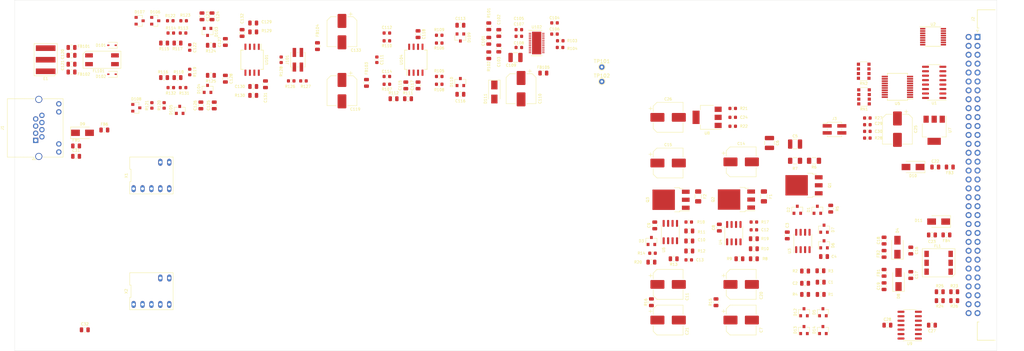
<source format=kicad_pcb>
(kicad_pcb (version 20171130) (host pcbnew "(5.1.2)-2")
  (layers (0 F.Cu signal) (1 In1.Cu power) (2 In2.Cu mixed) (31 B.Cu signal) (35 F.Paste user) (36 B.SilkS user) (37 F.SilkS user) (38 B.Mask user) (39 F.Mask user) (44 Edge.Cuts user))
  (net 0 "")
  (net 1 "Net-(C1-Pad2)")
  (net 2 "Net-(C2-Pad2)")
  (net 3 "Net-(C2-Pad1)")
  (net 4 "Net-(C3-Pad2)")
  (net 5 "Net-(C4-Pad2)")
  (net 6 VREF)
  (net 7 "Net-(C7-Pad1)")
  (net 8 "Net-(C9-Pad2)")
  (net 9 "Net-(C10-Pad2)")
  (net 10 "Net-(C12-Pad1)")
  (net 11 "Net-(C12-Pad2)")
  (net 12 "Net-(C13-Pad2)")
  (net 13 "Net-(C13-Pad1)")
  (net 14 V+)
  (net 15 V-)
  (net 16 "Net-(C16-Pad2)")
  (net 17 "Net-(C17-Pad1)")
  (net 18 FILT_+10V)
  (net 19 FILT_-6V)
  (net 20 "Net-(C22-Pad2)")
  (net 21 "Net-(C23-Pad2)")
  (net 22 "Net-(C24-Pad1)")
  (net 23 OVDD)
  (net 24 VDD)
  (net 25 SEL0)
  (net 26 SEL1)
  (net 27 "Net-(C31-Pad1)")
  (net 28 "Net-(C101-Pad1)")
  (net 29 "Net-(C101-Pad2)")
  (net 30 /input_channel/ADC/CHAN_VREF)
  (net 31 "Net-(C111-Pad1)")
  (net 32 "Net-(C111-Pad2)")
  (net 33 /input_channel/ADC/-in)
  (net 34 "Net-(C112-Pad2)")
  (net 35 "Net-(C114-Pad2)")
  (net 36 /input_channel/ADC/+in)
  (net 37 "Net-(C115-Pad2)")
  (net 38 /input_channel/antialias_driver/CHAN_V+)
  (net 39 /input_channel/antialias_driver/CHAN_V-)
  (net 40 "Net-(C120-Pad1)")
  (net 41 "Net-(C121-Pad1)")
  (net 42 "Net-(C122-Pad2)")
  (net 43 "Net-(C122-Pad1)")
  (net 44 /input_channel/in_amp/+in)
  (net 45 /input_channel/in_amp/-in)
  (net 46 "Net-(C129-Pad2)")
  (net 47 /input_channel/antialias_driver/+in)
  (net 48 /input_channel/antialias_driver/-in)
  (net 49 "Net-(C130-Pad2)")
  (net 50 "Net-(D1-Pad3)")
  (net 51 "Net-(D2-Pad3)")
  (net 52 "Net-(D3-Pad3)")
  (net 53 PROBE_CONFIG)
  (net 54 "Net-(D12-Pad2)")
  (net 55 "Net-(D12-Pad3)")
  (net 56 "Net-(D13-Pad3)")
  (net 57 "Net-(D13-Pad2)")
  (net 58 "Net-(D14-Pad3)")
  (net 59 "Net-(D101-Pad1)")
  (net 60 "Net-(D102-Pad1)")
  (net 61 "Net-(D104-Pad3)")
  (net 62 BIST-+)
  (net 63 BIST-+_FB)
  (net 64 BIST++)
  (net 65 BIST++_FB)
  (net 66 BIST+-_FB)
  (net 67 BIST+-)
  (net 68 BIST--_FB)
  (net 69 BIST--)
  (net 70 /input_channel/-in)
  (net 71 /input_channel/+in)
  (net 72 RAW_+5VDIG)
  (net 73 RAW_+5VANA)
  (net 74 "Net-(FB5-Pad1)")
  (net 75 RAW_+10V)
  (net 76 +10V_-6V_RETURN)
  (net 77 RAW_-6V)
  (net 78 /channel_dummy2/-in)
  (net 79 /channel_dummy1/-in)
  (net 80 /channel_dummy2/+in)
  (net 81 /channel_dummy1/+in)
  (net 82 "Net-(J101-Pad1)")
  (net 83 "Net-(J101-Pad3)")
  (net 84 "Net-(Q1-Pad3)")
  (net 85 "Net-(Q2-Pad1)")
  (net 86 "Net-(Q3-Pad1)")
  (net 87 +reference)
  (net 88 -reference)
  (net 89 "Net-(R8-Pad1)")
  (net 90 "Net-(R11-Pad1)")
  (net 91 "Net-(R17-Pad2)")
  (net 92 "Net-(R18-Pad2)")
  (net 93 BIST++_IN)
  (net 94 "Net-(R23-Pad1)")
  (net 95 "Net-(R24-Pad1)")
  (net 96 BIST-+_IN)
  (net 97 BIST+-_IN)
  (net 98 "Net-(R25-Pad1)")
  (net 99 BIST--_IN)
  (net 100 "Net-(R26-Pad1)")
  (net 101 "Net-(R103-Pad2)")
  (net 102 /input_channel/SDOA)
  (net 103 /input_channel/SDOB)
  (net 104 "Net-(R104-Pad2)")
  (net 105 "Net-(R115-Pad1)")
  (net 106 "Net-(R116-Pad1)")
  (net 107 "Net-(RN1-Pad1)")
  (net 108 "Net-(RN1-Pad4)")
  (net 109 "Net-(RN1-Pad2)")
  (net 110 "Net-(RN1-Pad3)")
  (net 111 /channel_dummy1/MCLK)
  (net 112 /input_channel/MCLK)
  (net 113 /input_channel/SCKA)
  (net 114 /channel_dummy2/MCLK)
  (net 115 SYNC)
  (net 116 "Net-(RN2-Pad5)")
  (net 117 /channel_dummy1/SCKA)
  (net 118 /channel_dummy2/SCKA)
  (net 119 "Net-(RN2-Pad3)")
  (net 120 "Net-(RN2-Pad2)")
  (net 121 "Net-(RN2-Pad4)")
  (net 122 "Net-(RN2-Pad1)")
  (net 123 "Net-(TP101-Pad1)")
  (net 124 "Net-(TP102-Pad1)")
  (net 125 MCLK-)
  (net 126 MCLK+)
  (net 127 SCKA+)
  (net 128 SCKA-)
  (net 129 SCKB-)
  (net 130 SCKB+)
  (net 131 "Net-(U1-Pad7)")
  (net 132 "Net-(U1-Pad8)")
  (net 133 "Net-(U1-Pad10)")
  (net 134 /input_channel/SCKB)
  (net 135 "Net-(U1-Pad14)")
  (net 136 "Net-(U1-Pad15)")
  (net 137 /channel_dummy1/SDOA)
  (net 138 /channel_dummy2/SDOA)
  (net 139 SDOA3-)
  (net 140 SDOA3+)
  (net 141 SDOA2+)
  (net 142 SDOA2-)
  (net 143 SDOB1-)
  (net 144 SDOB1+)
  (net 145 SDOA1+)
  (net 146 SDOA1-)
  (net 147 SYNC_IN)
  (net 148 "Net-(U5-Pad9)")
  (net 149 /channel_dummy1/SDOB)
  (net 150 /channel_dummy2/SDOB)
  (net 151 "Net-(J2-Pada18)")
  (net 152 "Net-(J2-Padb18)")
  (net 153 CARDSEL)
  (net 154 SCL)
  (net 155 SDA)
  (net 156 GND)
  (net 157 Earth)
  (module TestPoint:TestPoint_THTPad_D1.5mm_Drill0.7mm (layer F.Cu) (at 192.3975 73.225)
    (fp_text reference TP102 (at 0 -1.648) (layer F.SilkS))
    (fp_text value BUSY)
    (pad 1 thru_hole circle (at 0 0) (size 1.5 1.5) (drill 0.7) (layers *.Cu *.Mask) (net 124 "Net-(TP102-Pad1)"))
  )
  (module TestPoint:TestPoint_THTPad_D1.5mm_Drill0.7mm (layer F.Cu) (at 192.3975 69.0975)
    (fp_text reference TP101 (at 0 -1.648) (layer F.SilkS))
    (fp_text value DRL)
    (pad 1 thru_hole circle (at 0 0) (size 1.5 1.5) (drill 0.7) (layers *.Cu *.Mask) (net 123 "Net-(TP101-Pad1)"))
  )
  (module Capacitor_SMD:C_0805_2012Metric (layer F.Cu) (at 163.0275 59.3775 90)
    (fp_text reference C102 (at 3.81 0 270) (layer F.SilkS) (effects (font (size 0.762 0.762) (thickness 0.127))))
    (fp_text value 6.8nF)
    (pad 2 smd roundrect (at 0.9375 0 90) (size 0.975 1.4) (layers F.Cu F.Paste F.Mask) (net 156 GND))
    (pad 1 smd roundrect (at -0.9375 0 90) (size 0.975 1.4) (layers F.Cu F.Paste F.Mask) (net 28 "Net-(C101-Pad1)"))
  )
  (module Capacitor_SMD:C_0805_2012Metric (layer F.Cu) (at 163.0275 63.8075 90)
    (fp_text reference C103 (at -3.81 0 270) (layer F.SilkS) (effects (font (size 0.762 0.762) (thickness 0.127))))
    (fp_text value 6.8nF)
    (pad 2 smd roundrect (at 0.9375 0 90) (size 0.975 1.4) (layers F.Cu F.Paste F.Mask) (net 29 "Net-(C101-Pad2)"))
    (pad 1 smd roundrect (at -0.9375 0 90) (size 0.975 1.4) (layers F.Cu F.Paste F.Mask) (net 156 GND))
  )
  (module Capacitor_SMD:C_0805_2012Metric (layer F.Cu) (at 160.17 61.6 270)
    (fp_text reference C101 (at 0 1.5875 90) (layer F.SilkS) (effects (font (size 0.762 0.762) (thickness 0.127))))
    (fp_text value OPT)
    (pad 2 smd roundrect (at 0.9375 0 270) (size 0.975 1.4) (layers F.Cu F.Paste F.Mask) (net 29 "Net-(C101-Pad2)"))
    (pad 1 smd roundrect (at -0.9375 0 270) (size 0.975 1.4) (layers F.Cu F.Paste F.Mask) (net 28 "Net-(C101-Pad1)"))
  )
  (module Capacitor_SMD:C_0805_2012Metric (layer F.Cu) (at 45 144)
    (fp_text reference C32 (at 0 -1.65) (layer F.SilkS) (effects (font (size 0.762 0.762) (thickness 0.127))))
    (fp_text value 10nF)
    (pad 2 smd roundrect (at 0.9375 0) (size 0.975 1.4) (layers F.Cu F.Paste F.Mask) (net 156 GND))
    (pad 1 smd roundrect (at -0.9375 0) (size 0.975 1.4) (layers F.Cu F.Paste F.Mask) (net 157 Earth))
  )
  (module Capacitor_SMD:C_0805_2012Metric (layer F.Cu) (at 254.795 130.4175 180)
    (fp_text reference C1 (at -2.8575 0) (layer F.SilkS) (effects (font (size 0.762 0.762) (thickness 0.127))))
    (fp_text value 10nF)
    (pad 1 smd roundrect (at -0.9375 0 180) (size 0.975 1.4) (layers F.Cu F.Paste F.Mask) (net 156 GND))
    (pad 2 smd roundrect (at 0.9375 0 180) (size 0.975 1.4) (layers F.Cu F.Paste F.Mask) (net 1 "Net-(C1-Pad2)"))
  )
  (module Capacitor_SMD:C_0805_2012Metric (layer F.Cu) (at 250.35 130.735)
    (fp_text reference C2 (at -2.8575 0) (layer F.SilkS) (effects (font (size 0.762 0.762) (thickness 0.127))))
    (fp_text value 10nF)
    (pad 2 smd roundrect (at 0.9375 0) (size 0.975 1.4) (layers F.Cu F.Paste F.Mask) (net 2 "Net-(C2-Pad2)"))
    (pad 1 smd roundrect (at -0.9375 0) (size 0.975 1.4) (layers F.Cu F.Paste F.Mask) (net 3 "Net-(C2-Pad1)"))
  )
  (module Capacitor_SMD:C_0805_2012Metric (layer F.Cu) (at 245.27 117.0825 90)
    (fp_text reference C3 (at 2.8575 0 90) (layer F.SilkS) (effects (font (size 0.762 0.762) (thickness 0.127))))
    (fp_text value 1uF)
    (pad 2 smd roundrect (at 0.9375 0 90) (size 0.975 1.4) (layers F.Cu F.Paste F.Mask) (net 4 "Net-(C3-Pad2)"))
    (pad 1 smd roundrect (at -0.9375 0 90) (size 0.975 1.4) (layers F.Cu F.Paste F.Mask) (net 156 GND))
  )
  (module Capacitor_SMD:C_0805_2012Metric (layer F.Cu) (at 255.7475 123.115 180)
    (fp_text reference C4 (at -2.8575 0) (layer F.SilkS) (effects (font (size 0.762 0.762) (thickness 0.127))))
    (fp_text value 1uF)
    (pad 1 smd roundrect (at -0.9375 0 180) (size 0.975 1.4) (layers F.Cu F.Paste F.Mask) (net 156 GND))
    (pad 2 smd roundrect (at 0.9375 0 180) (size 0.975 1.4) (layers F.Cu F.Paste F.Mask) (net 5 "Net-(C4-Pad2)"))
  )
  (module Capacitor_SMD:C_1210_3225Metric (layer F.Cu) (at 247.4925 91.0475)
    (fp_text reference C5 (at 0 -2.28) (layer F.SilkS) (effects (font (size 0.762 0.762) (thickness 0.127))))
    (fp_text value 47uF)
    (pad 1 smd roundrect (at -1.4 0) (size 1.25 2.65) (layers F.Cu F.Paste F.Mask) (roundrect_rratio 0.2) (net 6 VREF))
    (pad 2 smd roundrect (at 1.4 0) (size 1.25 2.65) (layers F.Cu F.Paste F.Mask) (roundrect_rratio 0.2) (net 156 GND))
  )
  (module Capacitor_SMD:C_1210_3225Metric (layer F.Cu) (at 240.19 90.73 270)
    (fp_text reference C6 (at 0 -2.28 90) (layer F.SilkS) (effects (font (size 0.762 0.762) (thickness 0.127))))
    (fp_text value 47uF)
    (pad 2 smd roundrect (at 1.4 0 270) (size 1.25 2.65) (layers F.Cu F.Paste F.Mask) (roundrect_rratio 0.2) (net 156 GND))
    (pad 1 smd roundrect (at -1.4 0 270) (size 1.25 2.65) (layers F.Cu F.Paste F.Mask) (roundrect_rratio 0.2) (net 6 VREF))
  )
  (module Capacitor_SMD:CP_Elec_8x6.7 (layer F.Cu) (at 232.1275 141.2125)
    (fp_text reference C7 (at 5.715 2.8575 -90) (layer F.SilkS) (effects (font (size 0.762 0.762) (thickness 0.127))))
    (fp_text value 330uF)
    (pad 1 smd roundrect (at -3.05 0) (size 4 2.5) (layers F.Cu F.Paste F.Mask) (roundrect_rratio 0.1) (net 7 "Net-(C7-Pad1)"))
    (pad 2 smd roundrect (at 3.05 0) (size 4 2.5) (layers F.Cu F.Paste F.Mask) (roundrect_rratio 0.1) (net 156 GND))
  )
  (module Capacitor_SMD:C_0805_2012Metric (layer F.Cu) (at 225.9025 114.86 90)
    (fp_text reference C8 (at 0 -1.65 90) (layer F.SilkS) (effects (font (size 0.762 0.762) (thickness 0.127))))
    (fp_text value 1uF)
    (pad 1 smd roundrect (at -0.9375 0 90) (size 0.975 1.4) (layers F.Cu F.Paste F.Mask) (net 156 GND))
    (pad 2 smd roundrect (at 0.9375 0 90) (size 0.975 1.4) (layers F.Cu F.Paste F.Mask) (net 7 "Net-(C7-Pad1)"))
  )
  (module Capacitor_SMD:C_0805_2012Metric (layer F.Cu) (at 207.4875 114.225 90)
    (fp_text reference C9 (at 0 -1.65 90) (layer F.SilkS) (effects (font (size 0.762 0.762) (thickness 0.127))))
    (fp_text value 1uF)
    (pad 2 smd roundrect (at 0.9375 0 90) (size 0.975 1.4) (layers F.Cu F.Paste F.Mask) (net 8 "Net-(C9-Pad2)"))
    (pad 1 smd roundrect (at -0.9375 0 90) (size 0.975 1.4) (layers F.Cu F.Paste F.Mask) (net 156 GND))
  )
  (module Capacitor_SMD:C_0805_2012Metric (layer F.Cu) (at 217.33 115.8125 180)
    (fp_text reference C10 (at -3.4925 -2.54) (layer F.SilkS) (effects (font (size 0.762 0.762) (thickness 0.127))))
    (fp_text value 1uF)
    (pad 2 smd roundrect (at 0.9375 0 180) (size 0.975 1.4) (layers F.Cu F.Paste F.Mask) (net 9 "Net-(C10-Pad2)"))
    (pad 1 smd roundrect (at -0.9375 0 180) (size 0.975 1.4) (layers F.Cu F.Paste F.Mask) (net 156 GND))
  )
  (module Capacitor_SMD:CP_Elec_8x6.7 (layer F.Cu) (at 211.2975 131.0525)
    (fp_text reference C11 (at 5.3975 3.4925 -270) (layer F.SilkS) (effects (font (size 0.762 0.762) (thickness 0.127))))
    (fp_text value 330uF)
    (pad 1 smd roundrect (at -3.05 0) (size 4 2.5) (layers F.Cu F.Paste F.Mask) (roundrect_rratio 0.1) (net 156 GND))
    (pad 2 smd roundrect (at 3.05 0) (size 4 2.5) (layers F.Cu F.Paste F.Mask) (roundrect_rratio 0.1) (net 9 "Net-(C10-Pad2)"))
  )
  (module Capacitor_SMD:C_0603_1608Metric (layer F.Cu) (at 235.745 115.495)
    (fp_text reference C12 (at 3.175 0) (layer F.SilkS) (effects (font (size 0.762 0.762) (thickness 0.127))))
    (fp_text value 47pF)
    (pad 1 smd roundrect (at -0.7875 0) (size 0.875 0.95) (layers F.Cu F.Paste F.Mask) (net 10 "Net-(C12-Pad1)"))
    (pad 2 smd roundrect (at 0.7875 0) (size 0.875 0.95) (layers F.Cu F.Paste F.Mask) (net 11 "Net-(C12-Pad2)"))
  )
  (module Capacitor_SMD:C_0603_1608Metric (layer F.Cu) (at 217.1775 124.0675)
    (fp_text reference C13 (at 3.175 0) (layer F.SilkS) (effects (font (size 0.762 0.762) (thickness 0.127))))
    (fp_text value 47pF)
    (pad 2 smd roundrect (at 0.7875 0) (size 0.875 0.95) (layers F.Cu F.Paste F.Mask) (net 12 "Net-(C13-Pad2)"))
    (pad 1 smd roundrect (at -0.7875 0) (size 0.875 0.95) (layers F.Cu F.Paste F.Mask) (net 13 "Net-(C13-Pad1)"))
  )
  (module Capacitor_SMD:CP_Elec_8x6.7 (layer F.Cu) (at 232.1275 96.1275)
    (fp_text reference C14 (at 0 -5.2) (layer F.SilkS) (effects (font (size 0.762 0.762) (thickness 0.127))))
    (fp_text value 330uF)
    (pad 2 smd roundrect (at 3.05 0) (size 4 2.5) (layers F.Cu F.Paste F.Mask) (roundrect_rratio 0.1) (net 156 GND))
    (pad 1 smd roundrect (at -3.05 0) (size 4 2.5) (layers F.Cu F.Paste F.Mask) (roundrect_rratio 0.1) (net 14 V+))
  )
  (module Capacitor_SMD:CP_Elec_8x6.7 (layer F.Cu) (at 211.2975 96.445)
    (fp_text reference C15 (at 0 -5.2) (layer F.SilkS) (effects (font (size 0.762 0.762) (thickness 0.127))))
    (fp_text value 330uF)
    (pad 2 smd roundrect (at 3.05 0) (size 4 2.5) (layers F.Cu F.Paste F.Mask) (roundrect_rratio 0.1) (net 15 V-))
    (pad 1 smd roundrect (at -3.05 0) (size 4 2.5) (layers F.Cu F.Paste F.Mask) (roundrect_rratio 0.1) (net 156 GND))
  )
  (module Capacitor_SMD:C_0805_2012Metric (layer F.Cu) (at 280.48 121.4 270)
    (fp_text reference C16 (at 0 -1.65 90) (layer F.SilkS) (effects (font (size 0.762 0.762) (thickness 0.127))))
    (fp_text value 1uF)
    (pad 1 smd roundrect (at -0.9375 0 270) (size 0.975 1.4) (layers F.Cu F.Paste F.Mask) (net 156 GND))
    (pad 2 smd roundrect (at 0.9375 0 270) (size 0.975 1.4) (layers F.Cu F.Paste F.Mask) (net 16 "Net-(C16-Pad2)"))
  )
  (module Capacitor_SMD:C_0805_2012Metric (layer F.Cu) (at 280.48 128.385 270)
    (fp_text reference C17 (at 0 -1.65 90) (layer F.SilkS) (effects (font (size 0.762 0.762) (thickness 0.127))))
    (fp_text value 1uF)
    (pad 1 smd roundrect (at -0.9375 0 270) (size 0.975 1.4) (layers F.Cu F.Paste F.Mask) (net 17 "Net-(C17-Pad1)"))
    (pad 2 smd roundrect (at 0.9375 0 270) (size 0.975 1.4) (layers F.Cu F.Paste F.Mask) (net 156 GND))
  )
  (module Capacitor_SMD:C_0805_2012Metric (layer F.Cu) (at 272.86 118.5575 270)
    (fp_text reference C18 (at -0.015 1.5875 90) (layer F.SilkS) (effects (font (size 0.762 0.762) (thickness 0.127))))
    (fp_text value 1uF)
    (pad 1 smd roundrect (at -0.9375 0 270) (size 0.975 1.4) (layers F.Cu F.Paste F.Mask) (net 156 GND))
    (pad 2 smd roundrect (at 0.9375 0 270) (size 0.975 1.4) (layers F.Cu F.Paste F.Mask) (net 18 FILT_+10V))
  )
  (module Capacitor_SMD:C_0805_2012Metric (layer F.Cu) (at 272.86 131.56 270)
    (fp_text reference C19 (at 0 1.5875 90) (layer F.SilkS) (effects (font (size 0.762 0.762) (thickness 0.127))))
    (fp_text value 1uF)
    (pad 1 smd roundrect (at -0.9375 0 270) (size 0.975 1.4) (layers F.Cu F.Paste F.Mask) (net 19 FILT_-6V))
    (pad 2 smd roundrect (at 0.9375 0 270) (size 0.975 1.4) (layers F.Cu F.Paste F.Mask) (net 156 GND))
  )
  (module Capacitor_SMD:CP_Elec_8x6.7 (layer F.Cu) (at 232.1275 131.0525)
    (fp_text reference C20 (at 5.715 3.175 -90) (layer F.SilkS) (effects (font (size 0.762 0.762) (thickness 0.127))))
    (fp_text value 330uF)
    (pad 1 smd roundrect (at -3.05 0) (size 4 2.5) (layers F.Cu F.Paste F.Mask) (roundrect_rratio 0.1) (net 18 FILT_+10V))
    (pad 2 smd roundrect (at 3.05 0) (size 4 2.5) (layers F.Cu F.Paste F.Mask) (roundrect_rratio 0.1) (net 156 GND))
  )
  (module Capacitor_SMD:CP_Elec_8x6.7 (layer F.Cu) (at 211.2975 141.2125)
    (fp_text reference C21 (at 5.3975 3.175 -90) (layer F.SilkS) (effects (font (size 0.762 0.762) (thickness 0.127))))
    (fp_text value 330uF)
    (pad 1 smd roundrect (at -3.05 0) (size 4 2.5) (layers F.Cu F.Paste F.Mask) (roundrect_rratio 0.1) (net 156 GND))
    (pad 2 smd roundrect (at 3.05 0) (size 4 2.5) (layers F.Cu F.Paste F.Mask) (roundrect_rratio 0.1) (net 19 FILT_-6V))
  )
  (module Capacitor_SMD:C_0805_2012Metric (layer F.Cu) (at 287.465 97.5875)
    (fp_text reference C22 (at 0 -1.65) (layer F.SilkS) (effects (font (size 0.762 0.762) (thickness 0.127))))
    (fp_text value 1uF)
    (pad 1 smd roundrect (at -0.9375 0) (size 0.975 1.4) (layers F.Cu F.Paste F.Mask) (net 156 GND))
    (pad 2 smd roundrect (at 0.9375 0) (size 0.975 1.4) (layers F.Cu F.Paste F.Mask) (net 20 "Net-(C22-Pad2)"))
  )
  (module Capacitor_SMD:C_0805_2012Metric (layer F.Cu) (at 286.5125 116.955)
    (fp_text reference C23 (at 0 1.89) (layer F.SilkS) (effects (font (size 0.762 0.762) (thickness 0.127))))
    (fp_text value 1uF)
    (pad 2 smd roundrect (at 0.9375 0) (size 0.975 1.4) (layers F.Cu F.Paste F.Mask) (net 21 "Net-(C23-Pad2)"))
    (pad 1 smd roundrect (at -0.9375 0) (size 0.975 1.4) (layers F.Cu F.Paste F.Mask) (net 156 GND))
  )
  (module Capacitor_SMD:C_0603_1608Metric (layer F.Cu) (at 229.7125 83.4275)
    (fp_text reference C24 (at 3.175 0) (layer F.SilkS) (effects (font (size 0.762 0.762) (thickness 0.127))))
    (fp_text value 10uF)
    (pad 2 smd roundrect (at 0.7875 0) (size 0.875 0.95) (layers F.Cu F.Paste F.Mask) (net 156 GND))
    (pad 1 smd roundrect (at -0.7875 0) (size 0.875 0.95) (layers F.Cu F.Paste F.Mask) (net 22 "Net-(C24-Pad1)"))
  )
  (module Capacitor_SMD:CP_Elec_8x6.7 (layer F.Cu) (at 276.67 86.7925 270)
    (fp_text reference C25 (at 0 -5.2 90) (layer F.SilkS) (effects (font (size 0.762 0.762) (thickness 0.127))))
    (fp_text value 330uF)
    (pad 1 smd roundrect (at -3.05 0 270) (size 4 2.5) (layers F.Cu F.Paste F.Mask) (roundrect_rratio 0.1) (net 23 OVDD))
    (pad 2 smd roundrect (at 3.05 0 270) (size 4 2.5) (layers F.Cu F.Paste F.Mask) (roundrect_rratio 0.1) (net 156 GND))
  )
  (module Capacitor_SMD:CP_Elec_8x6.7 (layer F.Cu) (at 211.2975 83.4275)
    (fp_text reference C26 (at 0 -5.2) (layer F.SilkS) (effects (font (size 0.762 0.762) (thickness 0.127))))
    (fp_text value 330uF)
    (pad 2 smd roundrect (at 3.05 0) (size 4 2.5) (layers F.Cu F.Paste F.Mask) (roundrect_rratio 0.1) (net 156 GND))
    (pad 1 smd roundrect (at -3.05 0) (size 4 2.5) (layers F.Cu F.Paste F.Mask) (roundrect_rratio 0.1) (net 24 VDD))
  )
  (module Capacitor_SMD:C_0805_2012Metric (layer F.Cu) (at 286.5125 142.6725 180)
    (fp_text reference C27 (at 0 -1.65) (layer F.SilkS) (effects (font (size 0.762 0.762) (thickness 0.127))))
    (fp_text value 1uF)
    (pad 1 smd roundrect (at -0.9375 0 180) (size 0.975 1.4) (layers F.Cu F.Paste F.Mask) (net 156 GND))
    (pad 2 smd roundrect (at 0.9375 0 180) (size 0.975 1.4) (layers F.Cu F.Paste F.Mask) (net 14 V+))
  )
  (module Capacitor_SMD:C_0805_2012Metric (layer F.Cu) (at 273.8125 142.6725)
    (fp_text reference C28 (at 0 -1.65) (layer F.SilkS) (effects (font (size 0.762 0.762) (thickness 0.127))))
    (fp_text value 1uF)
    (pad 2 smd roundrect (at 0.9375 0) (size 0.975 1.4) (layers F.Cu F.Paste F.Mask) (net 15 V-))
    (pad 1 smd roundrect (at -0.9375 0) (size 0.975 1.4) (layers F.Cu F.Paste F.Mask) (net 156 GND))
  )
  (module Capacitor_SMD:C_0603_1608Metric (layer F.Cu) (at 268.0975 85.5225)
    (fp_text reference C29 (at 3.175 -0.3175) (layer F.SilkS) (effects (font (size 0.762 0.762) (thickness 0.127))))
    (fp_text value 100nF)
    (pad 2 smd roundrect (at 0.7875 0) (size 0.875 0.95) (layers F.Cu F.Paste F.Mask) (net 156 GND))
    (pad 1 smd roundrect (at -0.7875 0) (size 0.875 0.95) (layers F.Cu F.Paste F.Mask) (net 25 SEL0))
  )
  (module Capacitor_SMD:C_0603_1608Metric (layer F.Cu) (at 268.0975 87.4275)
    (fp_text reference C30 (at 3.175 0) (layer F.SilkS) (effects (font (size 0.762 0.762) (thickness 0.127))))
    (fp_text value 100nF)
    (pad 1 smd roundrect (at -0.7875 0) (size 0.875 0.95) (layers F.Cu F.Paste F.Mask) (net 26 SEL1))
    (pad 2 smd roundrect (at 0.7875 0) (size 0.875 0.95) (layers F.Cu F.Paste F.Mask) (net 156 GND))
  )
  (module Capacitor_SMD:C_0805_2012Metric (layer F.Cu) (at 42.527501 94.535001)
    (fp_text reference C31 (at 0 -1.65) (layer F.SilkS) (effects (font (size 0.762 0.762) (thickness 0.127))))
    (fp_text value 1nF)
    (pad 2 smd roundrect (at 0.9375 0) (size 0.975 1.4) (layers F.Cu F.Paste F.Mask) (net 157 Earth))
    (pad 1 smd roundrect (at -0.9375 0) (size 0.975 1.4) (layers F.Cu F.Paste F.Mask) (net 27 "Net-(C31-Pad1)"))
  )
  (module Capacitor_SMD:C_0603_1608Metric (layer F.Cu) (at 178.9125 56.5)
    (fp_text reference C104 (at 0 -1.43) (layer F.SilkS) (effects (font (size 0.762 0.762) (thickness 0.127))))
    (fp_text value 10uF)
    (pad 1 smd roundrect (at -0.7875 0) (size 0.875 0.95) (layers F.Cu F.Paste F.Mask) (net 23 OVDD))
    (pad 2 smd roundrect (at 0.7875 0) (size 0.875 0.95) (layers F.Cu F.Paste F.Mask) (net 156 GND))
  )
  (module Capacitor_SMD:C_0603_1608Metric (layer F.Cu) (at 168.7425 58.425 180)
    (fp_text reference C105 (at 0 3.175) (layer F.SilkS) (effects (font (size 0.762 0.762) (thickness 0.127))))
    (fp_text value 10uF)
    (pad 2 smd roundrect (at 0.7875 0 180) (size 0.875 0.95) (layers F.Cu F.Paste F.Mask) (net 156 GND))
    (pad 1 smd roundrect (at -0.7875 0 180) (size 0.875 0.95) (layers F.Cu F.Paste F.Mask) (net 24 VDD))
  )
  (module Capacitor_SMD:C_0603_1608Metric (layer F.Cu) (at 178.9025 59.695)
    (fp_text reference C106 (at 0 -1.43) (layer F.SilkS) (effects (font (size 0.762 0.762) (thickness 0.127))))
    (fp_text value 100nF)
    (pad 1 smd roundrect (at -0.7875 0) (size 0.875 0.95) (layers F.Cu F.Paste F.Mask) (net 23 OVDD))
    (pad 2 smd roundrect (at 0.7875 0) (size 0.875 0.95) (layers F.Cu F.Paste F.Mask) (net 156 GND))
  )
  (module Capacitor_SMD:C_0603_1608Metric (layer F.Cu) (at 168.7425 60.33 180)
    (fp_text reference C107 (at 0 3.4925) (layer F.SilkS) (effects (font (size 0.762 0.762) (thickness 0.127))))
    (fp_text value 100nF)
    (pad 1 smd roundrect (at -0.7875 0 180) (size 0.875 0.95) (layers F.Cu F.Paste F.Mask) (net 24 VDD))
    (pad 2 smd roundrect (at 0.7875 0 180) (size 0.875 0.95) (layers F.Cu F.Paste F.Mask) (net 156 GND))
  )
  (module Capacitor_SMD:C_0603_1608Metric (layer F.Cu) (at 168.7425 63.505 180)
    (fp_text reference C108 (at 0 1.27) (layer F.SilkS) (effects (font (size 0.762 0.762) (thickness 0.127))))
    (fp_text value 100nF)
    (pad 2 smd roundrect (at 0.7875 0 180) (size 0.875 0.95) (layers F.Cu F.Paste F.Mask) (net 156 GND))
    (pad 1 smd roundrect (at -0.7875 0 180) (size 0.875 0.95) (layers F.Cu F.Paste F.Mask) (net 30 /input_channel/ADC/CHAN_VREF))
  )
  (module Capacitor_SMD:C_1210_3225Metric (layer F.Cu) (at 167.79 66.3625 180)
    (fp_text reference C109 (at 1.27 -2.2225) (layer F.SilkS) (effects (font (size 0.762 0.762) (thickness 0.127))))
    (fp_text value 47uF)
    (pad 1 smd roundrect (at -1.4 0 180) (size 1.25 2.65) (layers F.Cu F.Paste F.Mask) (roundrect_rratio 0.2) (net 30 /input_channel/ADC/CHAN_VREF))
    (pad 2 smd roundrect (at 1.4 0 180) (size 1.25 2.65) (layers F.Cu F.Paste F.Mask) (roundrect_rratio 0.2) (net 156 GND))
  )
  (module Capacitor_SMD:CP_Elec_8x6.7 (layer F.Cu) (at 169.3775 75.2525 270)
    (fp_text reference C110 (at 2.8575 -5.3975 90) (layer F.SilkS) (effects (font (size 0.762 0.762) (thickness 0.127))))
    (fp_text value 330uF)
    (pad 2 smd roundrect (at 3.05 0 270) (size 4 2.5) (layers F.Cu F.Paste F.Mask) (roundrect_rratio 0.1) (net 156 GND))
    (pad 1 smd roundrect (at -3.05 0 270) (size 4 2.5) (layers F.Cu F.Paste F.Mask) (roundrect_rratio 0.1) (net 30 /input_channel/ADC/CHAN_VREF))
  )
  (module Capacitor_SMD:C_0603_1608Metric (layer F.Cu) (at 128.2625 67.01 270)
    (fp_text reference C111 (at 0 -1.43 90) (layer F.SilkS) (effects (font (size 0.762 0.762) (thickness 0.127))))
    (fp_text value 34nF)
    (pad 1 smd roundrect (at -0.7875 0 270) (size 0.875 0.95) (layers F.Cu F.Paste F.Mask) (net 31 "Net-(C111-Pad1)"))
    (pad 2 smd roundrect (at 0.7875 0 270) (size 0.875 0.95) (layers F.Cu F.Paste F.Mask) (net 32 "Net-(C111-Pad2)"))
  )
  (module Capacitor_SMD:C_0603_1608Metric (layer F.Cu) (at 131.12 59.39 180)
    (fp_text reference C112 (at 0 1.5875) (layer F.SilkS) (effects (font (size 0.762 0.762) (thickness 0.127))))
    (fp_text value 2.05nF)
    (pad 1 smd roundrect (at -0.7875 0 180) (size 0.875 0.95) (layers F.Cu F.Paste F.Mask) (net 33 /input_channel/ADC/-in))
    (pad 2 smd roundrect (at 0.7875 0 180) (size 0.875 0.95) (layers F.Cu F.Paste F.Mask) (net 34 "Net-(C112-Pad2)"))
  )
  (module Capacitor_SMD:C_0805_2012Metric (layer F.Cu) (at 152.075 57.1675 180)
    (fp_text reference C113 (at 0 1.905) (layer F.SilkS) (effects (font (size 0.762 0.762) (thickness 0.127))))
    (fp_text value 1uF)
    (pad 2 smd roundrect (at 0.9375 0 180) (size 0.975 1.4) (layers F.Cu F.Paste F.Mask) (net 30 /input_channel/ADC/CHAN_VREF))
    (pad 1 smd roundrect (at -0.9375 0 180) (size 0.975 1.4) (layers F.Cu F.Paste F.Mask) (net 156 GND))
  )
  (module Capacitor_SMD:C_0603_1608Metric (layer F.Cu) (at 131.12 71.7725)
    (fp_text reference C114 (at 0 -1.43) (layer F.SilkS) (effects (font (size 0.762 0.762) (thickness 0.127))))
    (fp_text value 2.05nF)
    (pad 2 smd roundrect (at 0.7875 0) (size 0.875 0.95) (layers F.Cu F.Paste F.Mask) (net 35 "Net-(C114-Pad2)"))
    (pad 1 smd roundrect (at -0.7875 0) (size 0.875 0.95) (layers F.Cu F.Paste F.Mask) (net 36 /input_channel/ADC/+in))
  )
  (module Capacitor_SMD:C_0805_2012Metric (layer F.Cu) (at 136.5175 74.3125 90)
    (fp_text reference C115 (at 0 -1.65 90) (layer F.SilkS) (effects (font (size 0.762 0.762) (thickness 0.127))))
    (fp_text value 1uF)
    (pad 2 smd roundrect (at 0.9375 0 90) (size 0.975 1.4) (layers F.Cu F.Paste F.Mask) (net 37 "Net-(C115-Pad2)"))
    (pad 1 smd roundrect (at -0.9375 0 90) (size 0.975 1.4) (layers F.Cu F.Paste F.Mask) (net 156 GND))
  )
  (module Capacitor_SMD:C_0805_2012Metric (layer F.Cu) (at 152.075 76.8525)
    (fp_text reference C116 (at 0 1.905) (layer F.SilkS) (effects (font (size 0.762 0.762) (thickness 0.127))))
    (fp_text value 1uF)
    (pad 2 smd roundrect (at 0.9375 0) (size 0.975 1.4) (layers F.Cu F.Paste F.Mask) (net 30 /input_channel/ADC/CHAN_VREF))
    (pad 1 smd roundrect (at -0.9375 0) (size 0.975 1.4) (layers F.Cu F.Paste F.Mask) (net 156 GND))
  )
  (module Capacitor_SMD:C_0805_2012Metric (layer F.Cu) (at 140.01 74.3125 90)
    (fp_text reference C117 (at 0 -1.65 90) (layer F.SilkS) (effects (font (size 0.762 0.762) (thickness 0.127))))
    (fp_text value 1uF)
    (pad 1 smd roundrect (at -0.9375 0 90) (size 0.975 1.4) (layers F.Cu F.Paste F.Mask) (net 156 GND))
    (pad 2 smd roundrect (at 0.9375 0 90) (size 0.975 1.4) (layers F.Cu F.Paste F.Mask) (net 38 /input_channel/antialias_driver/CHAN_V+))
  )
  (module Capacitor_SMD:C_0805_2012Metric (layer F.Cu) (at 140.01 59.7075 270)
    (fp_text reference C118 (at 0 -1.65 90) (layer F.SilkS) (effects (font (size 0.762 0.762) (thickness 0.127))))
    (fp_text value 1uF)
    (pad 1 smd roundrect (at -0.9375 0 270) (size 0.975 1.4) (layers F.Cu F.Paste F.Mask) (net 156 GND))
    (pad 2 smd roundrect (at 0.9375 0 270) (size 0.975 1.4) (layers F.Cu F.Paste F.Mask) (net 39 /input_channel/antialias_driver/CHAN_V-))
  )
  (module Capacitor_SMD:CP_Elec_8x6.7 (layer F.Cu) (at 118.32 75.8175 270)
    (fp_text reference C119 (at 5.2825 -3.78 180) (layer F.SilkS) (effects (font (size 0.762 0.762) (thickness 0.127))))
    (fp_text value 330uF)
    (pad 1 smd roundrect (at -3.05 0 270) (size 4 2.5) (layers F.Cu F.Paste F.Mask) (roundrect_rratio 0.1) (net 38 /input_channel/antialias_driver/CHAN_V+))
    (pad 2 smd roundrect (at 3.05 0 270) (size 4 2.5) (layers F.Cu F.Paste F.Mask) (roundrect_rratio 0.1) (net 156 GND))
  )
  (module Capacitor_SMD:C_0805_2012Metric (layer F.Cu) (at 41.22 65.75 180)
    (fp_text reference C120 (at 2.54 0.3175 90) (layer F.SilkS) (effects (font (size 0.762 0.762) (thickness 0.127))))
    (fp_text value 1nF)
    (pad 2 smd roundrect (at 0.9375 0 180) (size 0.975 1.4) (layers F.Cu F.Paste F.Mask) (net 157 Earth))
    (pad 1 smd roundrect (at -0.9375 0 180) (size 0.975 1.4) (layers F.Cu F.Paste F.Mask) (net 40 "Net-(C120-Pad1)"))
  )
  (module Capacitor_SMD:C_0805_2012Metric (layer F.Cu) (at 41.22 68.28 180)
    (fp_text reference C121 (at 2.54 -0.3175 90) (layer F.SilkS) (effects (font (size 0.762 0.762) (thickness 0.127))))
    (fp_text value 1nF)
    (pad 2 smd roundrect (at 0.9375 0 180) (size 0.975 1.4) (layers F.Cu F.Paste F.Mask) (net 157 Earth))
    (pad 1 smd roundrect (at -0.9375 0 180) (size 0.975 1.4) (layers F.Cu F.Paste F.Mask) (net 41 "Net-(C121-Pad1)"))
  )
  (module Capacitor_SMD:C_0603_1608Metric (layer F.Cu) (at 74.9225 63.5175 270)
    (fp_text reference C122 (at 0 -1.43 90) (layer F.SilkS) (effects (font (size 0.762 0.762) (thickness 0.127))))
    (fp_text value 3.3nF)
    (pad 2 smd roundrect (at 0.7875 0 270) (size 0.875 0.95) (layers F.Cu F.Paste F.Mask) (net 42 "Net-(C122-Pad2)"))
    (pad 1 smd roundrect (at -0.7875 0 270) (size 0.875 0.95) (layers F.Cu F.Paste F.Mask) (net 43 "Net-(C122-Pad1)"))
  )
  (module Capacitor_SMD:C_0805_2012Metric (layer F.Cu) (at 78.415 54.6275 270)
    (fp_text reference C123 (at 0 -1.65 90) (layer F.SilkS) (effects (font (size 0.762 0.762) (thickness 0.127))))
    (fp_text value 1uF)
    (pad 2 smd roundrect (at 0.9375 0 270) (size 0.975 1.4) (layers F.Cu F.Paste F.Mask) (net 38 /input_channel/antialias_driver/CHAN_V+))
    (pad 1 smd roundrect (at -0.9375 0 270) (size 0.975 1.4) (layers F.Cu F.Paste F.Mask) (net 156 GND))
  )
  (module Capacitor_SMD:C_0805_2012Metric (layer F.Cu) (at 81.2725 54.6275 270)
    (fp_text reference C124 (at 0 -1.65 90) (layer F.SilkS) (effects (font (size 0.762 0.762) (thickness 0.127))))
    (fp_text value 1uF)
    (pad 1 smd roundrect (at -0.9375 0 270) (size 0.975 1.4) (layers F.Cu F.Paste F.Mask) (net 156 GND))
    (pad 2 smd roundrect (at 0.9375 0 270) (size 0.975 1.4) (layers F.Cu F.Paste F.Mask) (net 39 /input_channel/antialias_driver/CHAN_V-))
  )
  (module Capacitor_SMD:C_0805_2012Metric (layer F.Cu) (at 81.9075 80.0275 90)
    (fp_text reference C125 (at 0 -1.65 90) (layer F.SilkS) (effects (font (size 0.762 0.762) (thickness 0.127))))
    (fp_text value 1uF)
    (pad 1 smd roundrect (at -0.9375 0 90) (size 0.975 1.4) (layers F.Cu F.Paste F.Mask) (net 156 GND))
    (pad 2 smd roundrect (at 0.9375 0 90) (size 0.975 1.4) (layers F.Cu F.Paste F.Mask) (net 38 /input_channel/antialias_driver/CHAN_V+))
  )
  (module Capacitor_SMD:C_0805_2012Metric (layer F.Cu) (at 78.0975 80.0275 90)
    (fp_text reference C126 (at 0 -1.65 90) (layer F.SilkS) (effects (font (size 0.762 0.762) (thickness 0.127))))
    (fp_text value 1uF)
    (pad 2 smd roundrect (at 0.9375 0 90) (size 0.975 1.4) (layers F.Cu F.Paste F.Mask) (net 39 /input_channel/antialias_driver/CHAN_V-))
    (pad 1 smd roundrect (at -0.9375 0 90) (size 0.975 1.4) (layers F.Cu F.Paste F.Mask) (net 156 GND))
  )
  (module Capacitor_SMD:C_0805_2012Metric (layer F.Cu) (at 85.0825 61.945 90)
    (fp_text reference C127 (at 0 -1.65 90) (layer F.SilkS) (effects (font (size 0.762 0.762) (thickness 0.127))))
    (fp_text value 1nF)
    (pad 2 smd roundrect (at 0.9375 0 90) (size 0.975 1.4) (layers F.Cu F.Paste F.Mask) (net 156 GND))
    (pad 1 smd roundrect (at -0.9375 0 90) (size 0.975 1.4) (layers F.Cu F.Paste F.Mask) (net 44 /input_channel/in_amp/+in))
  )
  (module Capacitor_SMD:C_0805_2012Metric (layer F.Cu) (at 85.0825 72.4075 270)
    (fp_text reference C128 (at 0 -1.65 90) (layer F.SilkS) (effects (font (size 0.762 0.762) (thickness 0.127))))
    (fp_text value 1nF)
    (pad 1 smd roundrect (at -0.9375 0 270) (size 0.975 1.4) (layers F.Cu F.Paste F.Mask) (net 45 /input_channel/in_amp/-in))
    (pad 2 smd roundrect (at 0.9375 0 270) (size 0.975 1.4) (layers F.Cu F.Paste F.Mask) (net 156 GND))
  )
  (module Capacitor_SMD:C_0805_2012Metric (layer F.Cu) (at 93.02 56.5325 180)
    (fp_text reference C129 (at -3.81 0.3175) (layer F.SilkS) (effects (font (size 0.762 0.762) (thickness 0.127))))
    (fp_text value 2.2nF)
    (pad 2 smd roundrect (at 0.9375 0 180) (size 0.975 1.4) (layers F.Cu F.Paste F.Mask) (net 46 "Net-(C129-Pad2)"))
    (pad 1 smd roundrect (at -0.9375 0 180) (size 0.975 1.4) (layers F.Cu F.Paste F.Mask) (net 47 /input_channel/antialias_driver/+in))
  )
  (module Capacitor_SMD:C_0805_2012Metric (layer F.Cu) (at 93.02 74.63 180)
    (fp_text reference C130 (at 3.81 0) (layer F.SilkS) (effects (font (size 0.762 0.762) (thickness 0.127))))
    (fp_text value 2.2nF)
    (pad 1 smd roundrect (at -0.9375 0 180) (size 0.975 1.4) (layers F.Cu F.Paste F.Mask) (net 48 /input_channel/antialias_driver/-in))
    (pad 2 smd roundrect (at 0.9375 0 180) (size 0.975 1.4) (layers F.Cu F.Paste F.Mask) (net 49 "Net-(C130-Pad2)"))
  )
  (module Capacitor_SMD:C_0805_2012Metric (layer F.Cu) (at 96.5125 73.995 90)
    (fp_text reference C131 (at -3.81 0 90) (layer F.SilkS) (effects (font (size 0.762 0.762) (thickness 0.127))))
    (fp_text value 1uF)
    (pad 1 smd roundrect (at -0.9375 0 90) (size 0.975 1.4) (layers F.Cu F.Paste F.Mask) (net 156 GND))
    (pad 2 smd roundrect (at 0.9375 0 90) (size 0.975 1.4) (layers F.Cu F.Paste F.Mask) (net 38 /input_channel/antialias_driver/CHAN_V+))
  )
  (module Capacitor_SMD:C_0805_2012Metric (layer F.Cu) (at 89.845 59.375 270)
    (fp_text reference C132 (at -4.1125 0 90) (layer F.SilkS) (effects (font (size 0.762 0.762) (thickness 0.127))))
    (fp_text value 1uF)
    (pad 1 smd roundrect (at -0.9375 0 270) (size 0.975 1.4) (layers F.Cu F.Paste F.Mask) (net 156 GND))
    (pad 2 smd roundrect (at 0.9375 0 270) (size 0.975 1.4) (layers F.Cu F.Paste F.Mask) (net 39 /input_channel/antialias_driver/CHAN_V-))
  )
  (module Capacitor_SMD:CP_Elec_8x6.7 (layer F.Cu) (at 118.32 58.99 270)
    (fp_text reference C133 (at 5.31 -3.98 180) (layer F.SilkS) (effects (font (size 0.762 0.762) (thickness 0.127))))
    (fp_text value 330uF)
    (pad 2 smd roundrect (at 3.05 0 270) (size 4 2.5) (layers F.Cu F.Paste F.Mask) (roundrect_rratio 0.1) (net 39 /input_channel/antialias_driver/CHAN_V-))
    (pad 1 smd roundrect (at -3.05 0 270) (size 4 2.5) (layers F.Cu F.Paste F.Mask) (roundrect_rratio 0.1) (net 156 GND))
  )
  (module Package_TO_SOT_SMD:SOT-23 (layer F.Cu) (at 253.8425 109.78 90)
    (fp_text reference D1 (at 0 -2.5 90) (layer F.SilkS) (effects (font (size 0.762 0.762) (thickness 0.127))))
    (fp_text value BAS21S)
    (pad 1 smd rect (at -1 -0.95 90) (size 0.9 0.8) (layers F.Cu F.Paste F.Mask))
    (pad 2 smd rect (at -1 0.95 90) (size 0.9 0.8) (layers F.Cu F.Paste F.Mask) (net 2 "Net-(C2-Pad2)"))
    (pad 3 smd rect (at 1 0 90) (size 0.9 0.8) (layers F.Cu F.Paste F.Mask) (net 50 "Net-(D1-Pad3)"))
  )
  (module Package_TO_SOT_SMD:SOT-23 (layer F.Cu) (at 248.1275 109.78 90)
    (fp_text reference D2 (at 0 -2.5 90) (layer F.SilkS) (effects (font (size 0.762 0.762) (thickness 0.127))))
    (fp_text value BAS21S)
    (pad 1 smd rect (at -1 -0.95 90) (size 0.9 0.8) (layers F.Cu F.Paste F.Mask) (net 2 "Net-(C2-Pad2)"))
    (pad 2 smd rect (at -1 0.95 90) (size 0.9 0.8) (layers F.Cu F.Paste F.Mask) (net 50 "Net-(D1-Pad3)"))
    (pad 3 smd rect (at 1 0 90) (size 0.9 0.8) (layers F.Cu F.Paste F.Mask) (net 51 "Net-(D2-Pad3)"))
  )
  (module Package_TO_SOT_SMD:SOT-23 (layer F.Cu) (at 206.535 118.67 90)
    (fp_text reference D3 (at 0 -2.8575 180) (layer F.SilkS) (effects (font (size 0.762 0.762) (thickness 0.127))))
    (fp_text value BAS21S)
    (pad 1 smd rect (at -1 -0.95 90) (size 0.9 0.8) (layers F.Cu F.Paste F.Mask) (net 8 "Net-(C9-Pad2)"))
    (pad 2 smd rect (at -1 0.95 90) (size 0.9 0.8) (layers F.Cu F.Paste F.Mask) (net 156 GND))
    (pad 3 smd rect (at 1 0 90) (size 0.9 0.8) (layers F.Cu F.Paste F.Mask) (net 52 "Net-(D3-Pad3)"))
  )
  (module Diode_SMD:D_SMA (layer F.Cu) (at 276.67 120.4475 90)
    (fp_text reference D4 (at 4.7625 0 90) (layer F.SilkS) (effects (font (size 0.762 0.762) (thickness 0.127))))
    (fp_text value "10V (standoff)")
    (pad 2 smd rect (at 2 0 90) (size 2.5 1.8) (layers F.Cu F.Paste F.Mask) (net 156 GND))
    (pad 1 smd rect (at -2 0 90) (size 2.5 1.8) (layers F.Cu F.Paste F.Mask) (net 16 "Net-(C16-Pad2)"))
  )
  (module Package_TO_SOT_SMD:SOT-23 (layer F.Cu) (at 255.43 138.99 90)
    (fp_text reference D5 (at 0 -2.5 90) (layer F.SilkS) (effects (font (size 0.762 0.762) (thickness 0.127))))
    (fp_text value BAS21S)
    (pad 3 smd rect (at 1 0 90) (size 0.9 0.8) (layers F.Cu F.Paste F.Mask) (net 4 "Net-(C3-Pad2)"))
    (pad 2 smd rect (at -1 0.95 90) (size 0.9 0.8) (layers F.Cu F.Paste F.Mask))
    (pad 1 smd rect (at -1 -0.95 90) (size 0.9 0.8) (layers F.Cu F.Paste F.Mask) (net 14 V+))
  )
  (module Package_TO_SOT_SMD:SOT-23 (layer F.Cu) (at 255.7475 119.6225 90)
    (fp_text reference D6 (at -0.3175 2.54 90) (layer F.SilkS) (effects (font (size 0.762 0.762) (thickness 0.127))))
    (fp_text value BAS21S)
    (pad 3 smd rect (at 1 0 90) (size 0.9 0.8) (layers F.Cu F.Paste F.Mask) (net 156 GND))
    (pad 2 smd rect (at -1 0.95 90) (size 0.9 0.8) (layers F.Cu F.Paste F.Mask))
    (pad 1 smd rect (at -1 -0.95 90) (size 0.9 0.8) (layers F.Cu F.Paste F.Mask) (net 5 "Net-(C4-Pad2)"))
  )
  (module Package_TO_SOT_SMD:SOT-23 (layer F.Cu) (at 255.7475 115.1775 90)
    (fp_text reference D7 (at -0.3175 2.54 90) (layer F.SilkS) (effects (font (size 0.762 0.762) (thickness 0.127))))
    (fp_text value BAS21S)
    (pad 3 smd rect (at 1 0 90) (size 0.9 0.8) (layers F.Cu F.Paste F.Mask) (net 15 V-))
    (pad 2 smd rect (at -1 0.95 90) (size 0.9 0.8) (layers F.Cu F.Paste F.Mask))
    (pad 1 smd rect (at -1 -0.95 90) (size 0.9 0.8) (layers F.Cu F.Paste F.Mask) (net 5 "Net-(C4-Pad2)"))
  )
  (module Diode_SMD:D_SMA (layer F.Cu) (at 276.9875 129.655 90)
    (fp_text reference D8 (at -4.7625 0 90) (layer F.SilkS) (effects (font (size 0.762 0.762) (thickness 0.127))))
    (fp_text value "10V (standoff)")
    (pad 1 smd rect (at -2 0 90) (size 2.5 1.8) (layers F.Cu F.Paste F.Mask) (net 156 GND))
    (pad 2 smd rect (at 2 0 90) (size 2.5 1.8) (layers F.Cu F.Paste F.Mask) (net 17 "Net-(C17-Pad1)"))
  )
  (module Diode_SMD:D_SMA (layer F.Cu) (at 44.347501 87.835001)
    (fp_text reference D9 (at 0 -2.5) (layer F.SilkS) (effects (font (size 0.762 0.762) (thickness 0.127))))
    (fp_text value "5V (standoff)")
    (pad 1 smd rect (at -2 0) (size 2.5 1.8) (layers F.Cu F.Paste F.Mask) (net 53 PROBE_CONFIG))
    (pad 2 smd rect (at 2 0) (size 2.5 1.8) (layers F.Cu F.Paste F.Mask) (net 157 Earth))
  )
  (module Diode_SMD:D_SMA (layer F.Cu) (at 281.115 97.5875 180)
    (fp_text reference D10 (at 0 -2.5) (layer F.SilkS) (effects (font (size 0.762 0.762) (thickness 0.127))))
    (fp_text value "5V (standoff)")
    (pad 2 smd rect (at 2 0 180) (size 2.5 1.8) (layers F.Cu F.Paste F.Mask) (net 156 GND))
    (pad 1 smd rect (at -2 0 180) (size 2.5 1.8) (layers F.Cu F.Paste F.Mask) (net 20 "Net-(C22-Pad2)"))
  )
  (module Diode_SMD:D_SMA (layer F.Cu) (at 288.4175 113.145 180)
    (fp_text reference D11 (at 5.715 0.3175) (layer F.SilkS) (effects (font (size 0.762 0.762) (thickness 0.127))))
    (fp_text value "5V (standoff)")
    (pad 2 smd rect (at 2 0 180) (size 2.5 1.8) (layers F.Cu F.Paste F.Mask) (net 156 GND))
    (pad 1 smd rect (at -2 0 180) (size 2.5 1.8) (layers F.Cu F.Paste F.Mask) (net 21 "Net-(C23-Pad2)"))
  )
  (module Package_TO_SOT_SMD:SOT-23 (layer F.Cu) (at 250.0325 138.99 90)
    (fp_text reference D12 (at 0 -2.5 90) (layer F.SilkS) (effects (font (size 0.762 0.762) (thickness 0.127))))
    (fp_text value BAS21S)
    (pad 1 smd rect (at -1 -0.95 90) (size 0.9 0.8) (layers F.Cu F.Paste F.Mask) (net 18 FILT_+10V))
    (pad 2 smd rect (at -1 0.95 90) (size 0.9 0.8) (layers F.Cu F.Paste F.Mask) (net 54 "Net-(D12-Pad2)"))
    (pad 3 smd rect (at 1 0 90) (size 0.9 0.8) (layers F.Cu F.Paste F.Mask) (net 55 "Net-(D12-Pad3)"))
  )
  (module Package_TO_SOT_SMD:SOT-23 (layer F.Cu) (at 250.0325 144.07 90)
    (fp_text reference D13 (at 0 -2.5 90) (layer F.SilkS) (effects (font (size 0.762 0.762) (thickness 0.127))))
    (fp_text value BAS21S)
    (pad 3 smd rect (at 1 0 90) (size 0.9 0.8) (layers F.Cu F.Paste F.Mask) (net 56 "Net-(D13-Pad3)"))
    (pad 2 smd rect (at -1 0.95 90) (size 0.9 0.8) (layers F.Cu F.Paste F.Mask) (net 57 "Net-(D13-Pad2)"))
    (pad 1 smd rect (at -1 -0.95 90) (size 0.9 0.8) (layers F.Cu F.Paste F.Mask) (net 54 "Net-(D12-Pad2)"))
  )
  (module Package_TO_SOT_SMD:SOT-23 (layer F.Cu) (at 255.43 144.07 90)
    (fp_text reference D14 (at 0 -2.5 90) (layer F.SilkS) (effects (font (size 0.762 0.762) (thickness 0.127))))
    (fp_text value BAS21S)
    (pad 1 smd rect (at -1 -0.95 90) (size 0.9 0.8) (layers F.Cu F.Paste F.Mask) (net 57 "Net-(D13-Pad2)"))
    (pad 2 smd rect (at -1 0.95 90) (size 0.9 0.8) (layers F.Cu F.Paste F.Mask) (net 4 "Net-(C3-Pad2)"))
    (pad 3 smd rect (at 1 0 90) (size 0.9 0.8) (layers F.Cu F.Paste F.Mask) (net 58 "Net-(D14-Pad3)"))
  )
  (module Diode_SMD:D_SOD-323 (layer F.Cu) (at 52.765 62.8825 180)
    (fp_text reference D101 (at 3.175 0) (layer F.SilkS) (effects (font (size 0.762 0.762) (thickness 0.127))))
    (fp_text value 12V)
    (pad 1 smd rect (at -1.05 0 180) (size 0.6 0.45) (layers F.Cu F.Paste F.Mask) (net 59 "Net-(D101-Pad1)"))
    (pad 2 smd rect (at 1.05 0 180) (size 0.6 0.45) (layers F.Cu F.Paste F.Mask) (net 157 Earth))
  )
  (module Diode_SMD:D_SOD-323 (layer F.Cu) (at 52.765 71.1375 180)
    (fp_text reference D102 (at 3.175 -0.635) (layer F.SilkS) (effects (font (size 0.762 0.762) (thickness 0.127))))
    (fp_text value 12V)
    (pad 2 smd rect (at 1.05 0 180) (size 0.6 0.45) (layers F.Cu F.Paste F.Mask) (net 157 Earth))
    (pad 1 smd rect (at -1.05 0 180) (size 0.6 0.45) (layers F.Cu F.Paste F.Mask) (net 60 "Net-(D102-Pad1)"))
  )
  (module Package_TO_SOT_SMD:SOT-23 (layer F.Cu) (at 80.0025 59.0725 270)
    (fp_text reference D103 (at 0 -2.5 90) (layer F.SilkS) (effects (font (size 0.762 0.762) (thickness 0.127))))
    (fp_text value BAS21S)
    (pad 3 smd rect (at 1 0 270) (size 0.9 0.8) (layers F.Cu F.Paste F.Mask) (net 43 "Net-(C122-Pad1)"))
    (pad 2 smd rect (at -1 0.95 270) (size 0.9 0.8) (layers F.Cu F.Paste F.Mask) (net 38 /input_channel/antialias_driver/CHAN_V+))
    (pad 1 smd rect (at -1 -0.95 270) (size 0.9 0.8) (layers F.Cu F.Paste F.Mask) (net 39 /input_channel/antialias_driver/CHAN_V-))
  )
  (module Package_TO_SOT_SMD:SOT-23 (layer F.Cu) (at 80.0025 75.3125 90)
    (fp_text reference D104 (at 0 -2.5 90) (layer F.SilkS) (effects (font (size 0.762 0.762) (thickness 0.127))))
    (fp_text value BAS21S)
    (pad 1 smd rect (at -1 -0.95 90) (size 0.9 0.8) (layers F.Cu F.Paste F.Mask) (net 39 /input_channel/antialias_driver/CHAN_V-))
    (pad 2 smd rect (at -1 0.95 90) (size 0.9 0.8) (layers F.Cu F.Paste F.Mask) (net 38 /input_channel/antialias_driver/CHAN_V+))
    (pad 3 smd rect (at 1 0 90) (size 0.9 0.8) (layers F.Cu F.Paste F.Mask) (net 61 "Net-(D104-Pad3)"))
  )
  (module Package_TO_SOT_SMD:SOT-23 (layer F.Cu) (at 72.065 81.2975 90)
    (fp_text reference D105 (at 0 -2.5 90) (layer F.SilkS) (effects (font (size 0.762 0.762) (thickness 0.127))))
    (fp_text value BAS21S)
    (pad 1 smd rect (at -1 -0.95 90) (size 0.9 0.8) (layers F.Cu F.Paste F.Mask) (net 62 BIST-+))
    (pad 2 smd rect (at -1 0.95 90) (size 0.9 0.8) (layers F.Cu F.Paste F.Mask))
    (pad 3 smd rect (at 1 0 90) (size 0.9 0.8) (layers F.Cu F.Paste F.Mask) (net 63 BIST-+_FB))
  )
  (module Package_TO_SOT_SMD:SOT-23 (layer F.Cu) (at 65.08 55.8975)
    (fp_text reference D106 (at 0 -2.5) (layer F.SilkS) (effects (font (size 0.762 0.762) (thickness 0.127))))
    (fp_text value BAS21S)
    (pad 1 smd rect (at -1 -0.95) (size 0.9 0.8) (layers F.Cu F.Paste F.Mask) (net 64 BIST++))
    (pad 2 smd rect (at -1 0.95) (size 0.9 0.8) (layers F.Cu F.Paste F.Mask))
    (pad 3 smd rect (at 1 0) (size 0.9 0.8) (layers F.Cu F.Paste F.Mask) (net 65 BIST++_FB))
  )
  (module Package_TO_SOT_SMD:SOT-23 (layer F.Cu) (at 60.635 55.8975)
    (fp_text reference D107 (at 0 -2.5) (layer F.SilkS) (effects (font (size 0.762 0.762) (thickness 0.127))))
    (fp_text value BAS21S)
    (pad 3 smd rect (at 1 0) (size 0.9 0.8) (layers F.Cu F.Paste F.Mask) (net 66 BIST+-_FB))
    (pad 2 smd rect (at -1 0.95) (size 0.9 0.8) (layers F.Cu F.Paste F.Mask) (net 67 BIST+-))
    (pad 1 smd rect (at -1 -0.95) (size 0.9 0.8) (layers F.Cu F.Paste F.Mask))
  )
  (module Package_TO_SOT_SMD:SOT-23 (layer F.Cu) (at 59.6825 80.71)
    (fp_text reference D108 (at 0 -2.5) (layer F.SilkS) (effects (font (size 0.762 0.762) (thickness 0.127))))
    (fp_text value BAS21S)
    (pad 3 smd rect (at 1 0) (size 0.9 0.8) (layers F.Cu F.Paste F.Mask) (net 68 BIST--_FB))
    (pad 2 smd rect (at -1 0.95) (size 0.9 0.8) (layers F.Cu F.Paste F.Mask) (net 69 BIST--))
    (pad 1 smd rect (at -1 -0.95) (size 0.9 0.8) (layers F.Cu F.Paste F.Mask))
  )
  (module Package_TO_SOT_SMD:SOT-23 (layer F.Cu) (at 152.075 60.66 270)
    (fp_text reference D109 (at 0 -2.5 90) (layer F.SilkS) (effects (font (size 0.762 0.762) (thickness 0.127))))
    (fp_text value BAS21S)
    (pad 3 smd rect (at 1 0 270) (size 0.9 0.8) (layers F.Cu F.Paste F.Mask) (net 33 /input_channel/ADC/-in))
    (pad 2 smd rect (at -1 0.95 270) (size 0.9 0.8) (layers F.Cu F.Paste F.Mask) (net 30 /input_channel/ADC/CHAN_VREF))
    (pad 1 smd rect (at -1 -0.95 270) (size 0.9 0.8) (layers F.Cu F.Paste F.Mask) (net 156 GND))
  )
  (module Package_TO_SOT_SMD:SOT-23 (layer F.Cu) (at 152.075 73.36 90)
    (fp_text reference D110 (at 0 -2.5 90) (layer F.SilkS) (effects (font (size 0.762 0.762) (thickness 0.127))))
    (fp_text value BAS21S)
    (pad 1 smd rect (at -1 -0.95 90) (size 0.9 0.8) (layers F.Cu F.Paste F.Mask) (net 156 GND))
    (pad 2 smd rect (at -1 0.95 90) (size 0.9 0.8) (layers F.Cu F.Paste F.Mask) (net 30 /input_channel/ADC/CHAN_VREF))
    (pad 3 smd rect (at 1 0 90) (size 0.9 0.8) (layers F.Cu F.Paste F.Mask) (net 36 /input_channel/ADC/+in))
  )
  (module Diode_SMD:D_SMA (layer F.Cu) (at 161.7575 76.205 270)
    (fp_text reference D111 (at 1.905 2.54 90) (layer F.SilkS) (effects (font (size 0.762 0.762) (thickness 0.127))))
    (fp_text value "5V (standoff)")
    (pad 1 smd rect (at -2 0 270) (size 2.5 1.8) (layers F.Cu F.Paste F.Mask) (net 30 /input_channel/ADC/CHAN_VREF))
    (pad 2 smd rect (at 2 0 270) (size 2.5 1.8) (layers F.Cu F.Paste F.Mask) (net 156 GND))
  )
  (module input:GDT_3LINE_Bourns_2036-xx-SM (layer F.Cu) (at 33.85 67 90)
    (fp_text reference E1 (at -5.3975 0 180) (layer F.SilkS) (effects (font (size 0.762 0.762) (thickness 0.127))))
    (fp_text value 2036-07-SMLF)
    (pad 1 smd rect (at -3.3 0 90) (size 1.6 5.6) (layers F.Cu F.Paste F.Mask) (net 70 /input_channel/-in))
    (pad 2 smd rect (at 0 0 90) (size 1.6 5.6) (layers F.Cu F.Paste F.Mask) (net 157 Earth))
    (pad 3 smd rect (at 3.3 0 90) (size 1.6 5.6) (layers F.Cu F.Paste F.Mask) (net 71 /input_channel/+in))
  )
  (module Fuse:Fuse_1206_3216Metric (layer F.Cu) (at 238.6025 105.97 90)
    (fp_text reference F1 (at 0 1.905 90) (layer F.SilkS) (effects (font (size 0.762 0.762) (thickness 0.127))))
    (fp_text value "750 mA 90 mOhm")
    (pad 1 smd roundrect (at -1.4 0 90) (size 1.25 1.75) (layers F.Cu F.Paste F.Mask) (roundrect_rratio 0.2) (net 14 V+))
    (pad 2 smd roundrect (at 1.4 0 90) (size 1.25 1.75) (layers F.Cu F.Paste F.Mask) (roundrect_rratio 0.2) (net 11 "Net-(C12-Pad2)"))
  )
  (module Fuse:Fuse_1206_3216Metric (layer F.Cu) (at 219.87 105.97 90)
    (fp_text reference F2 (at 0 1.905 90) (layer F.SilkS) (effects (font (size 0.762 0.762) (thickness 0.127))))
    (fp_text value "750 mA 90 mOhm")
    (pad 2 smd roundrect (at 1.4 0 90) (size 1.25 1.75) (layers F.Cu F.Paste F.Mask) (roundrect_rratio 0.2) (net 12 "Net-(C13-Pad2)"))
    (pad 1 smd roundrect (at -1.4 0 90) (size 1.25 1.75) (layers F.Cu F.Paste F.Mask) (roundrect_rratio 0.2) (net 15 V-))
  )
  (module Inductor_SMD:L_0805_2012Metric (layer F.Cu) (at 272.86 127.75 270)
    (fp_text reference FB1 (at 0 1.5875 90) (layer F.SilkS) (effects (font (size 0.762 0.762) (thickness 0.127))))
    (fp_text value "21 Ohm")
    (pad 1 smd roundrect (at -0.9375 0 270) (size 0.975 1.4) (layers F.Cu F.Paste F.Mask) (net 17 "Net-(C17-Pad1)"))
    (pad 2 smd roundrect (at 0.9375 0 270) (size 0.975 1.4) (layers F.Cu F.Paste F.Mask) (net 19 FILT_-6V))
  )
  (module Inductor_SMD:L_0805_2012Metric (layer F.Cu) (at 272.86 122.3525 90)
    (fp_text reference FB2 (at 0 -1.65 90) (layer F.SilkS) (effects (font (size 0.762 0.762) (thickness 0.127))))
    (fp_text value "21 Ohm")
    (pad 1 smd roundrect (at -0.9375 0 90) (size 0.975 1.4) (layers F.Cu F.Paste F.Mask) (net 16 "Net-(C16-Pad2)"))
    (pad 2 smd roundrect (at 0.9375 0 90) (size 0.975 1.4) (layers F.Cu F.Paste F.Mask) (net 18 FILT_+10V))
  )
  (module Inductor_SMD:L_0805_2012Metric (layer F.Cu) (at 291.5925 97.5875 180)
    (fp_text reference FB3 (at 0 -1.65) (layer F.SilkS) (effects (font (size 0.762 0.762) (thickness 0.127))))
    (fp_text value "21 Ohm")
    (pad 1 smd roundrect (at -0.9375 0 180) (size 0.975 1.4) (layers F.Cu F.Paste F.Mask) (net 72 RAW_+5VDIG))
    (pad 2 smd roundrect (at 0.9375 0 180) (size 0.975 1.4) (layers F.Cu F.Paste F.Mask) (net 20 "Net-(C22-Pad2)"))
  )
  (module Inductor_SMD:L_0805_2012Metric (layer F.Cu) (at 290.64 116.94 180)
    (fp_text reference FB4 (at 0 -1.65) (layer F.SilkS) (effects (font (size 0.762 0.762) (thickness 0.127))))
    (fp_text value "21 Ohm")
    (pad 2 smd roundrect (at 0.9375 0 180) (size 0.975 1.4) (layers F.Cu F.Paste F.Mask) (net 21 "Net-(C23-Pad2)"))
    (pad 1 smd roundrect (at -0.9375 0 180) (size 0.975 1.4) (layers F.Cu F.Paste F.Mask) (net 73 RAW_+5VANA))
  )
  (module Inductor_SMD:L_0805_2012Metric (layer F.Cu) (at 42.527501 91.585001)
    (fp_text reference FB5 (at 0 -1.65) (layer F.SilkS) (effects (font (size 0.762 0.762) (thickness 0.127))))
    (fp_text value "600 Ohm")
    (pad 2 smd roundrect (at 0.9375 0) (size 0.975 1.4) (layers F.Cu F.Paste F.Mask) (net 27 "Net-(C31-Pad1)"))
    (pad 1 smd roundrect (at -0.9375 0) (size 0.975 1.4) (layers F.Cu F.Paste F.Mask) (net 74 "Net-(FB5-Pad1)"))
  )
  (module Inductor_SMD:L_0805_2012Metric (layer F.Cu) (at 50.577501 87.035001)
    (fp_text reference FB6 (at 0 -1.65) (layer F.SilkS) (effects (font (size 0.762 0.762) (thickness 0.127))))
    (fp_text value "600 Ohm")
    (pad 2 smd roundrect (at 0.9375 0) (size 0.975 1.4) (layers F.Cu F.Paste F.Mask) (net 53 PROBE_CONFIG))
    (pad 1 smd roundrect (at -0.9375 0) (size 0.975 1.4) (layers F.Cu F.Paste F.Mask) (net 27 "Net-(C31-Pad1)"))
  )
  (module Inductor_SMD:L_0805_2012Metric (layer F.Cu) (at 41.22 63.5)
    (fp_text reference FB101 (at 3.4925 -0.3175) (layer F.SilkS) (effects (font (size 0.762 0.762) (thickness 0.127))))
    (fp_text value "600 Ohm")
    (pad 2 smd roundrect (at 0.9375 0) (size 0.975 1.4) (layers F.Cu F.Paste F.Mask) (net 40 "Net-(C120-Pad1)"))
    (pad 1 smd roundrect (at -0.9375 0) (size 0.975 1.4) (layers F.Cu F.Paste F.Mask) (net 71 /input_channel/+in))
  )
  (module Inductor_SMD:L_0805_2012Metric (layer F.Cu) (at 41.22 70.5)
    (fp_text reference FB102 (at 3.4925 0.635) (layer F.SilkS) (effects (font (size 0.762 0.762) (thickness 0.127))))
    (fp_text value "600 Ohm")
    (pad 1 smd roundrect (at -0.9375 0) (size 0.975 1.4) (layers F.Cu F.Paste F.Mask) (net 70 /input_channel/-in))
    (pad 2 smd roundrect (at 0.9375 0) (size 0.975 1.4) (layers F.Cu F.Paste F.Mask) (net 41 "Net-(C121-Pad1)"))
  )
  (module Inductor_SMD:L_0805_2012Metric (layer F.Cu) (at 125.305 73.595 90)
    (fp_text reference FB103 (at 4.1275 0 90) (layer F.SilkS) (effects (font (size 0.762 0.762) (thickness 0.127))))
    (fp_text value "21 Ohm")
    (pad 1 smd roundrect (at -0.9375 0 90) (size 0.975 1.4) (layers F.Cu F.Paste F.Mask) (net 14 V+))
    (pad 2 smd roundrect (at 0.9375 0 90) (size 0.975 1.4) (layers F.Cu F.Paste F.Mask) (net 38 /input_channel/antialias_driver/CHAN_V+))
  )
  (module Inductor_SMD:L_0805_2012Metric (layer F.Cu) (at 111.335 63.1175 90)
    (fp_text reference FB104 (at 4.445 0 90) (layer F.SilkS) (effects (font (size 0.762 0.762) (thickness 0.127))))
    (fp_text value "21 Ohm")
    (pad 1 smd roundrect (at -0.9375 0 90) (size 0.975 1.4) (layers F.Cu F.Paste F.Mask) (net 15 V-))
    (pad 2 smd roundrect (at 0.9375 0 90) (size 0.975 1.4) (layers F.Cu F.Paste F.Mask) (net 39 /input_channel/antialias_driver/CHAN_V-))
  )
  (module Inductor_SMD:L_0805_2012Metric (layer F.Cu) (at 175.7275 70.8075)
    (fp_text reference FB105 (at 0 -1.65) (layer F.SilkS) (effects (font (size 0.762 0.762) (thickness 0.127))))
    (fp_text value "21 Ohm")
    (pad 2 smd roundrect (at 0.9375 0) (size 0.975 1.4) (layers F.Cu F.Paste F.Mask) (net 6 VREF))
    (pad 1 smd roundrect (at -0.9375 0) (size 0.975 1.4) (layers F.Cu F.Paste F.Mask) (net 30 /input_channel/ADC/CHAN_VREF))
  )
  (module input:L_CommonMode_Wuerth_WE-SL3 (layer F.Cu) (at 288.4175 124.8925 90)
    (fp_text reference FL1 (at 4.7625 -0.3175) (layer F.SilkS) (effects (font (size 0.762 0.762) (thickness 0.127))))
    (fp_text value 100uH)
    (pad 6 smd rect (at -2.54 -3.43 90) (size 1.78 1.27) (layers F.Cu F.Paste F.Mask) (net 17 "Net-(C17-Pad1)"))
    (pad 1 smd rect (at -2.54 3.43 90) (size 1.78 1.27) (layers F.Cu F.Paste F.Mask) (net 77 RAW_-6V))
    (pad 5 smd rect (at 0 -3.43 90) (size 1.78 1.27) (layers F.Cu F.Paste F.Mask) (net 156 GND))
    (pad 2 smd rect (at 0 3.43 90) (size 1.78 1.27) (layers F.Cu F.Paste F.Mask) (net 76 +10V_-6V_RETURN))
    (pad 4 smd rect (at 2.54 -3.43 90) (size 1.78 1.27) (layers F.Cu F.Paste F.Mask) (net 16 "Net-(C16-Pad2)"))
    (pad 3 smd rect (at 2.54 3.43 90) (size 1.78 1.27) (layers F.Cu F.Paste F.Mask) (net 75 RAW_+10V))
  )
  (module input:L_CommonMode_Bourns_DR331 (layer F.Cu) (at 49.9075 67.01 270)
    (fp_text reference FL101 (at 3.175 0.9525) (layer F.SilkS) (effects (font (size 0.762 0.762) (thickness 0.127))))
    (fp_text value 4.7mH)
    (pad 4 smd rect (at -1.25 -3.7 270) (size 1.2 2.2) (layers F.Cu F.Paste F.Mask) (net 59 "Net-(D101-Pad1)"))
    (pad 1 smd rect (at -1.25 3.7 270) (size 1.2 2.2) (layers F.Cu F.Paste F.Mask) (net 40 "Net-(C120-Pad1)"))
    (pad 3 smd rect (at 1.25 -3.7 270) (size 1.2 2.2) (layers F.Cu F.Paste F.Mask) (net 60 "Net-(D102-Pad1)"))
    (pad 2 smd rect (at 1.25 3.7 270) (size 1.2 2.2) (layers F.Cu F.Paste F.Mask) (net 41 "Net-(C121-Pad1)"))
  )
  (module Connector_RJ:RJ45_Amphenol_RJHSE538X (layer F.Cu) (at 31 90 90)
    (fp_text reference J1 (at 3.56 -9.5 90) (layer F.SilkS) (effects (font (size 0.762 0.762) (thickness 0.127))))
    (fp_text value Sensor)
    (pad 1 thru_hole rect (at 0 0 90) (size 1.5 1.5) (drill 0.89) (layers *.Cu *.Mask) (net 157 Earth))
    (pad 3 thru_hole circle (at 2.04 0 90) (size 1.5 1.5) (drill 0.89) (layers *.Cu *.Mask) (net 70 /input_channel/-in))
    (pad 5 thru_hole circle (at 4.08 0 90) (size 1.5 1.5) (drill 0.89) (layers *.Cu *.Mask) (net 78 /channel_dummy2/-in))
    (pad 7 thru_hole circle (at 6.12 0 90) (size 1.5 1.5) (drill 0.89) (layers *.Cu *.Mask) (net 79 /channel_dummy1/-in))
    (pad 2 thru_hole circle (at 1.02 1.78 90) (size 1.5 1.5) (drill 0.89) (layers *.Cu *.Mask) (net 74 "Net-(FB5-Pad1)"))
    (pad 4 thru_hole circle (at 3.06 1.78 90) (size 1.5 1.5) (drill 0.89) (layers *.Cu *.Mask) (net 80 /channel_dummy2/+in))
    (pad 6 thru_hole circle (at 5.1 1.78 90) (size 1.5 1.5) (drill 0.89) (layers *.Cu *.Mask) (net 71 /input_channel/+in))
    (pad 8 thru_hole circle (at 7.14 1.78 90) (size 1.5 1.5) (drill 0.89) (layers *.Cu *.Mask) (net 81 /channel_dummy1/+in))
    (pad "" np_thru_hole circle (at -2.79 -2.54 90) (size 3.25 3.25) (drill 3.25) (layers *.Cu *.Mask))
    (pad "" np_thru_hole circle (at 9.91 -2.54 90) (size 3.25 3.25) (drill 3.25) (layers *.Cu *.Mask))
    (pad SH thru_hole circle (at 11.69 0.89 90) (size 2 2) (drill 1.57) (layers *.Cu *.Mask) (net 157 Earth))
    (pad SH thru_hole circle (at -4.57 0.89 90) (size 2 2) (drill 1.57) (layers *.Cu *.Mask) (net 157 Earth))
    (pad 9 thru_hole circle (at -3.3 6.6 90) (size 1.5 1.5) (drill 0.89) (layers *.Cu *.Mask))
    (pad 10 thru_hole circle (at -1.01 6.6 90) (size 1.5 1.5) (drill 0.89) (layers *.Cu *.Mask))
    (pad 11 thru_hole circle (at 8.13 6.6 90) (size 1.5 1.5) (drill 0.89) (layers *.Cu *.Mask))
    (pad 12 thru_hole circle (at 10.42 6.6 90) (size 1.5 1.5) (drill 0.89) (layers *.Cu *.Mask))
  )
  (module Connector_DIN:DIN41612_B_2x32_Horizontal (layer F.Cu) (at 299.5 60.5 270)
    (fp_text reference J2 (at -5.08 1.27 90) (layer F.SilkS) (effects (font (size 0.762 0.762) (thickness 0.127))))
    (fp_text value C64AB)
    (pad a1 thru_hole rect (at 0 0 270) (size 1.7 1.7) (drill 1) (layers *.Cu *.Mask) (net 156 GND))
    (pad b1 thru_hole circle (at 0 2.54 270) (size 1.7 1.7) (drill 1) (layers *.Cu *.Mask) (net 156 GND))
    (pad a2 thru_hole circle (at 2.54 0 270) (size 1.7 1.7) (drill 1) (layers *.Cu *.Mask) (net 145 SDOA1+))
    (pad b2 thru_hole circle (at 2.54 2.54 270) (size 1.7 1.7) (drill 1) (layers *.Cu *.Mask) (net 156 GND))
    (pad a3 thru_hole circle (at 5.08 0 270) (size 1.7 1.7) (drill 1) (layers *.Cu *.Mask) (net 146 SDOA1-))
    (pad b3 thru_hole circle (at 5.08 2.54 270) (size 1.7 1.7) (drill 1) (layers *.Cu *.Mask) (net 156 GND))
    (pad a4 thru_hole circle (at 7.62 0 270) (size 1.7 1.7) (drill 1) (layers *.Cu *.Mask) (net 156 GND))
    (pad b4 thru_hole circle (at 7.62 2.54 270) (size 1.7 1.7) (drill 1) (layers *.Cu *.Mask) (net 144 SDOB1+))
    (pad a5 thru_hole circle (at 10.16 0 270) (size 1.7 1.7) (drill 1) (layers *.Cu *.Mask) (net 156 GND))
    (pad b5 thru_hole circle (at 10.16 2.54 270) (size 1.7 1.7) (drill 1) (layers *.Cu *.Mask) (net 143 SDOB1-))
    (pad a6 thru_hole circle (at 12.7 0 270) (size 1.7 1.7) (drill 1) (layers *.Cu *.Mask) (net 141 SDOA2+))
    (pad b6 thru_hole circle (at 12.7 2.54 270) (size 1.7 1.7) (drill 1) (layers *.Cu *.Mask) (net 156 GND))
    (pad a7 thru_hole circle (at 15.24 0 270) (size 1.7 1.7) (drill 1) (layers *.Cu *.Mask) (net 142 SDOA2-))
    (pad b7 thru_hole circle (at 15.24 2.54 270) (size 1.7 1.7) (drill 1) (layers *.Cu *.Mask) (net 156 GND))
    (pad a8 thru_hole circle (at 17.78 0 270) (size 1.7 1.7) (drill 1) (layers *.Cu *.Mask) (net 156 GND))
    (pad b8 thru_hole circle (at 17.78 2.54 270) (size 1.7 1.7) (drill 1) (layers *.Cu *.Mask) (net 140 SDOA3+))
    (pad a9 thru_hole circle (at 20.32 0 270) (size 1.7 1.7) (drill 1) (layers *.Cu *.Mask) (net 156 GND))
    (pad b9 thru_hole circle (at 20.32 2.54 270) (size 1.7 1.7) (drill 1) (layers *.Cu *.Mask) (net 139 SDOA3-))
    (pad a10 thru_hole circle (at 22.86 0 270) (size 1.7 1.7) (drill 1) (layers *.Cu *.Mask) (net 156 GND))
    (pad b10 thru_hole circle (at 22.86 2.54 270) (size 1.7 1.7) (drill 1) (layers *.Cu *.Mask) (net 126 MCLK+))
    (pad a11 thru_hole circle (at 25.4 0 270) (size 1.7 1.7) (drill 1) (layers *.Cu *.Mask) (net 156 GND))
    (pad b11 thru_hole circle (at 25.4 2.54 270) (size 1.7 1.7) (drill 1) (layers *.Cu *.Mask) (net 125 MCLK-))
    (pad a12 thru_hole circle (at 27.94 0 270) (size 1.7 1.7) (drill 1) (layers *.Cu *.Mask) (net 127 SCKA+))
    (pad b12 thru_hole circle (at 27.94 2.54 270) (size 1.7 1.7) (drill 1) (layers *.Cu *.Mask) (net 156 GND))
    (pad a13 thru_hole circle (at 30.48 0 270) (size 1.7 1.7) (drill 1) (layers *.Cu *.Mask) (net 128 SCKA-))
    (pad b13 thru_hole circle (at 30.48 2.54 270) (size 1.7 1.7) (drill 1) (layers *.Cu *.Mask) (net 156 GND))
    (pad a14 thru_hole circle (at 33.02 0 270) (size 1.7 1.7) (drill 1) (layers *.Cu *.Mask) (net 156 GND))
    (pad b14 thru_hole circle (at 33.02 2.54 270) (size 1.7 1.7) (drill 1) (layers *.Cu *.Mask) (net 130 SCKB+))
    (pad a15 thru_hole circle (at 35.56 0 270) (size 1.7 1.7) (drill 1) (layers *.Cu *.Mask) (net 156 GND))
    (pad b15 thru_hole circle (at 35.56 2.54 270) (size 1.7 1.7) (drill 1) (layers *.Cu *.Mask) (net 129 SCKB-))
    (pad a16 thru_hole circle (at 38.1 0 270) (size 1.7 1.7) (drill 1) (layers *.Cu *.Mask) (net 156 GND))
    (pad b16 thru_hole circle (at 38.1 2.54 270) (size 1.7 1.7) (drill 1) (layers *.Cu *.Mask) (net 156 GND))
    (pad a17 thru_hole circle (at 40.64 0 270) (size 1.7 1.7) (drill 1) (layers *.Cu *.Mask) (net 72 RAW_+5VDIG))
    (pad b17 thru_hole circle (at 40.64 2.54 270) (size 1.7 1.7) (drill 1) (layers *.Cu *.Mask) (net 147 SYNC_IN))
    (pad a18 thru_hole circle (at 43.18 0 270) (size 1.7 1.7) (drill 1) (layers *.Cu *.Mask) (net 151 "Net-(J2-Pada18)"))
    (pad b18 thru_hole circle (at 43.18 2.54 270) (size 1.7 1.7) (drill 1) (layers *.Cu *.Mask) (net 152 "Net-(J2-Padb18)"))
    (pad a19 thru_hole circle (at 45.72 0 270) (size 1.7 1.7) (drill 1) (layers *.Cu *.Mask) (net 153 CARDSEL))
    (pad b19 thru_hole circle (at 45.72 2.54 270) (size 1.7 1.7) (drill 1) (layers *.Cu *.Mask) (net 154 SCL))
    (pad a20 thru_hole circle (at 48.26 0 270) (size 1.7 1.7) (drill 1) (layers *.Cu *.Mask) (net 155 SDA))
    (pad b20 thru_hole circle (at 48.26 2.54 270) (size 1.7 1.7) (drill 1) (layers *.Cu *.Mask) (net 53 PROBE_CONFIG))
    (pad a21 thru_hole circle (at 50.8 0 270) (size 1.7 1.7) (drill 1) (layers *.Cu *.Mask) (net 156 GND))
    (pad b21 thru_hole circle (at 50.8 2.54 270) (size 1.7 1.7) (drill 1) (layers *.Cu *.Mask) (net 156 GND))
    (pad a22 thru_hole circle (at 53.34 0 270) (size 1.7 1.7) (drill 1) (layers *.Cu *.Mask) (net 156 GND))
    (pad b22 thru_hole circle (at 53.34 2.54 270) (size 1.7 1.7) (drill 1) (layers *.Cu *.Mask) (net 156 GND))
    (pad a23 thru_hole circle (at 55.88 0 270) (size 1.7 1.7) (drill 1) (layers *.Cu *.Mask) (net 73 RAW_+5VANA))
    (pad b23 thru_hole circle (at 55.88 2.54 270) (size 1.7 1.7) (drill 1) (layers *.Cu *.Mask) (net 73 RAW_+5VANA))
    (pad a24 thru_hole circle (at 58.42 0 270) (size 1.7 1.7) (drill 1) (layers *.Cu *.Mask) (net 75 RAW_+10V))
    (pad b24 thru_hole circle (at 58.42 2.54 270) (size 1.7 1.7) (drill 1) (layers *.Cu *.Mask) (net 75 RAW_+10V))
    (pad a25 thru_hole circle (at 60.96 0 270) (size 1.7 1.7) (drill 1) (layers *.Cu *.Mask) (net 76 +10V_-6V_RETURN))
    (pad b25 thru_hole circle (at 60.96 2.54 270) (size 1.7 1.7) (drill 1) (layers *.Cu *.Mask) (net 76 +10V_-6V_RETURN))
    (pad a26 thru_hole circle (at 63.5 0 270) (size 1.7 1.7) (drill 1) (layers *.Cu *.Mask) (net 77 RAW_-6V))
    (pad b26 thru_hole circle (at 63.5 2.54 270) (size 1.7 1.7) (drill 1) (layers *.Cu *.Mask) (net 77 RAW_-6V))
    (pad a27 thru_hole circle (at 66.04 0 270) (size 1.7 1.7) (drill 1) (layers *.Cu *.Mask) (net 156 GND))
    (pad b27 thru_hole circle (at 66.04 2.54 270) (size 1.7 1.7) (drill 1) (layers *.Cu *.Mask) (net 156 GND))
    (pad a28 thru_hole circle (at 68.58 0 270) (size 1.7 1.7) (drill 1) (layers *.Cu *.Mask) (net 93 BIST++_IN))
    (pad b28 thru_hole circle (at 68.58 2.54 270) (size 1.7 1.7) (drill 1) (layers *.Cu *.Mask) (net 97 BIST+-_IN))
    (pad a29 thru_hole circle (at 71.12 0 270) (size 1.7 1.7) (drill 1) (layers *.Cu *.Mask) (net 96 BIST-+_IN))
    (pad b29 thru_hole circle (at 71.12 2.54 270) (size 1.7 1.7) (drill 1) (layers *.Cu *.Mask) (net 99 BIST--_IN))
    (pad a30 thru_hole circle (at 73.66 0 270) (size 1.7 1.7) (drill 1) (layers *.Cu *.Mask) (net 156 GND))
    (pad b30 thru_hole circle (at 73.66 2.54 270) (size 1.7 1.7) (drill 1) (layers *.Cu *.Mask) (net 156 GND))
    (pad a31 thru_hole circle (at 76.2 0 270) (size 1.7 1.7) (drill 1) (layers *.Cu *.Mask) (net 87 +reference))
    (pad b31 thru_hole circle (at 76.2 2.54 270) (size 1.7 1.7) (drill 1) (layers *.Cu *.Mask) (net 88 -reference))
    (pad a32 thru_hole circle (at 78.74 0 270) (size 1.7 1.7) (drill 1) (layers *.Cu *.Mask) (net 156 GND))
    (pad b32 thru_hole circle (at 78.74 2.54 270) (size 1.7 1.7) (drill 1) (layers *.Cu *.Mask) (net 156 GND))
    (pad "" np_thru_hole circle (at -5.08 -2.54 270) (size 2.8 2.8) (drill 2.8) (layers *.Cu *.Mask))
    (pad "" np_thru_hole circle (at 83.82 -2.54 270) (size 2.8 2.8) (drill 2.8) (layers *.Cu *.Mask))
  )
  (module Connector_PinHeader_2.00mm:PinHeader_2x02_P2.00mm_Vertical_SMD (layer F.Cu) (at 258.735001 86.860001)
    (fp_text reference J3 (at 0 -3.06) (layer F.SilkS) (effects (font (size 0.762 0.762) (thickness 0.127))))
    (fp_text value Decimate)
    (pad 4 smd rect (at 2.085 1) (size 2.58 1) (layers F.Cu F.Paste F.Mask) (net 26 SEL1))
    (pad 3 smd rect (at -2.085 1) (size 2.58 1) (layers F.Cu F.Paste F.Mask) (net 156 GND))
    (pad 2 smd rect (at 2.085 -1) (size 2.58 1) (layers F.Cu F.Paste F.Mask) (net 25 SEL0))
    (pad 1 smd rect (at -2.085 -1) (size 2.58 1) (layers F.Cu F.Paste F.Mask) (net 156 GND))
  )
  (module Connector_PinHeader_2.00mm:PinHeader_2x02_P2.00mm_Vertical_SMD (layer F.Cu) (at 105.755 67.01 90)
    (fp_text reference J101 (at 0 -3.06 90) (layer F.SilkS) (effects (font (size 0.762 0.762) (thickness 0.127))))
    (fp_text value Gain)
    (pad 1 smd rect (at -2.085 -1 90) (size 2.58 1) (layers F.Cu F.Paste F.Mask) (net 82 "Net-(J101-Pad1)"))
    (pad 2 smd rect (at 2.085 -1 90) (size 2.58 1) (layers F.Cu F.Paste F.Mask) (net 46 "Net-(C129-Pad2)"))
    (pad 3 smd rect (at -2.085 1 90) (size 2.58 1) (layers F.Cu F.Paste F.Mask) (net 83 "Net-(J101-Pad3)"))
    (pad 4 smd rect (at 2.085 1 90) (size 2.58 1) (layers F.Cu F.Paste F.Mask) (net 46 "Net-(C129-Pad2)"))
  )
  (module Package_TO_SOT_SMD:TO-252-3_TabPin2 (layer F.Cu) (at 250.0325 102.795 180)
    (fp_text reference Q1 (at -7.3025 0 270) (layer F.SilkS) (effects (font (size 0.762 0.762) (thickness 0.127))))
    (fp_text value NSS1C300ET4G)
    (pad 1 smd rect (at -4.2 -2.28 180) (size 2.2 1.2) (layers F.Cu F.Paste F.Mask) (net 50 "Net-(D1-Pad3)"))
    (pad 2 smd rect (at -4.2 0 180) (size 2.2 1.2) (layers F.Cu F.Paste F.Mask) (net 156 GND))
    (pad 3 smd rect (at -4.2 2.28 180) (size 2.2 1.2) (layers F.Cu F.Paste F.Mask) (net 84 "Net-(Q1-Pad3)"))
    (pad 2 smd rect (at 2.1 0 180) (size 6.4 5.8) (layers F.Cu F.Mask) (net 156 GND))
  )
  (module Package_TO_SOT_SMD:TO-252-3_TabPin2 (layer F.Cu) (at 230.7725 106.86 180)
    (fp_text reference Q2 (at 6.6675 0 270) (layer F.SilkS) (effects (font (size 0.762 0.762) (thickness 0.127))))
    (fp_text value 2STD1665T4)
    (pad 2 smd rect (at 2.1 0 180) (size 6.4 5.8) (layers F.Cu F.Mask) (net 18 FILT_+10V))
    (pad 3 smd rect (at -4.2 2.28 180) (size 2.2 1.2) (layers F.Cu F.Paste F.Mask) (net 11 "Net-(C12-Pad2)"))
    (pad 2 smd rect (at -4.2 0 180) (size 2.2 1.2) (layers F.Cu F.Paste F.Mask) (net 18 FILT_+10V))
    (pad 1 smd rect (at -4.2 -2.28 180) (size 2.2 1.2) (layers F.Cu F.Paste F.Mask) (net 85 "Net-(Q2-Pad1)"))
  )
  (module Package_TO_SOT_SMD:TO-252-3_TabPin2 (layer F.Cu) (at 212.1275 106.9225 180)
    (fp_text reference Q3 (at 6.6675 0 270) (layer F.SilkS) (effects (font (size 0.762 0.762) (thickness 0.127))))
    (fp_text value NSS1C300ET4G)
    (pad 1 smd rect (at -4.2 -2.28 180) (size 2.2 1.2) (layers F.Cu F.Paste F.Mask) (net 86 "Net-(Q3-Pad1)"))
    (pad 2 smd rect (at -4.2 0 180) (size 2.2 1.2) (layers F.Cu F.Paste F.Mask) (net 19 FILT_-6V))
    (pad 3 smd rect (at -4.2 2.28 180) (size 2.2 1.2) (layers F.Cu F.Paste F.Mask) (net 12 "Net-(C13-Pad2)"))
    (pad 2 smd rect (at 2.1 0 180) (size 6.4 5.8) (layers F.Cu F.Mask) (net 19 FILT_-6V))
  )
  (module Resistor_SMD:R_0805_2012Metric (layer F.Cu) (at 254.795 133.91)
    (fp_text reference R1 (at 2.8575 0) (layer F.SilkS) (effects (font (size 0.762 0.762) (thickness 0.127))))
    (fp_text value 2K)
    (pad 1 smd roundrect (at -0.9375 0) (size 0.975 1.4) (layers F.Cu F.Paste F.Mask) (net 1 "Net-(C1-Pad2)"))
    (pad 2 smd roundrect (at 0.9375 0) (size 0.975 1.4) (layers F.Cu F.Paste F.Mask) (net 87 +reference))
  )
  (module Resistor_SMD:R_0805_2012Metric (layer F.Cu) (at 250.35 127.2425)
    (fp_text reference R2 (at -2.8575 0) (layer F.SilkS) (effects (font (size 0.762 0.762) (thickness 0.127))))
    (fp_text value 2K)
    (pad 1 smd roundrect (at -0.9375 0) (size 0.975 1.4) (layers F.Cu F.Paste F.Mask) (net 3 "Net-(C2-Pad1)"))
    (pad 2 smd roundrect (at 0.9375 0) (size 0.975 1.4) (layers F.Cu F.Paste F.Mask) (net 88 -reference))
  )
  (module Resistor_SMD:R_0805_2012Metric (layer F.Cu) (at 254.715001 127.167501)
    (fp_text reference R3 (at 2.937499 0.074999) (layer F.SilkS) (effects (font (size 0.762 0.762) (thickness 0.127))))
    (fp_text value 2K)
    (pad 2 smd roundrect (at 0.9375 0) (size 0.975 1.4) (layers F.Cu F.Paste F.Mask) (net 156 GND))
    (pad 1 smd roundrect (at -0.9375 0) (size 0.975 1.4) (layers F.Cu F.Paste F.Mask) (net 1 "Net-(C1-Pad2)"))
  )
  (module Resistor_SMD:R_0805_2012Metric (layer F.Cu) (at 250.35 133.91 180)
    (fp_text reference R4 (at 2.8575 0) (layer F.SilkS) (effects (font (size 0.762 0.762) (thickness 0.127))))
    (fp_text value 2K)
    (pad 2 smd roundrect (at 0.9375 0 180) (size 0.975 1.4) (layers F.Cu F.Paste F.Mask) (net 3 "Net-(C2-Pad1)"))
    (pad 1 smd roundrect (at -0.9375 0 180) (size 0.975 1.4) (layers F.Cu F.Paste F.Mask) (net 6 VREF))
  )
  (module Resistor_SMD:R_0805_2012Metric (layer F.Cu) (at 257.6525 109.4625 90)
    (fp_text reference R5 (at 0 1.905 90) (layer F.SilkS) (effects (font (size 0.762 0.762) (thickness 0.127))))
    (fp_text value 499)
    (pad 1 smd roundrect (at -0.9375 0 90) (size 0.975 1.4) (layers F.Cu F.Paste F.Mask) (net 2 "Net-(C2-Pad2)"))
    (pad 2 smd roundrect (at 0.9375 0 90) (size 0.975 1.4) (layers F.Cu F.Paste F.Mask) (net 14 V+))
  )
  (module Resistor_SMD:R_1206_3216Metric (layer F.Cu) (at 252.89 95.81 180)
    (fp_text reference R6 (at 0 -1.82) (layer F.SilkS) (effects (font (size 0.762 0.762) (thickness 0.127))))
    (fp_text value 2.74)
    (pad 1 smd roundrect (at -1.4 0 180) (size 1.25 1.75) (layers F.Cu F.Paste F.Mask) (roundrect_rratio 0.2) (net 84 "Net-(Q1-Pad3)"))
    (pad 2 smd roundrect (at 1.4 0 180) (size 1.25 1.75) (layers F.Cu F.Paste F.Mask) (roundrect_rratio 0.2) (net 2 "Net-(C2-Pad2)"))
  )
  (module Resistor_SMD:R_1206_3216Metric (layer F.Cu) (at 247.4925 95.81)
    (fp_text reference R7 (at 0 2.2225) (layer F.SilkS) (effects (font (size 0.762 0.762) (thickness 0.127))))
    (fp_text value 68m)
    (pad 2 smd roundrect (at 1.4 0) (size 1.25 1.75) (layers F.Cu F.Paste F.Mask) (roundrect_rratio 0.2) (net 2 "Net-(C2-Pad2)"))
    (pad 1 smd roundrect (at -1.4 0) (size 1.25 1.75) (layers F.Cu F.Paste F.Mask) (roundrect_rratio 0.2) (net 6 VREF))
  )
  (module Resistor_SMD:R_0805_2012Metric (layer F.Cu) (at 235.745 123.75)
    (fp_text reference R8 (at 3.175 0) (layer F.SilkS) (effects (font (size 0.762 0.762) (thickness 0.127))))
    (fp_text value 499)
    (pad 1 smd roundrect (at -0.9375 0) (size 0.975 1.4) (layers F.Cu F.Paste F.Mask) (net 89 "Net-(R8-Pad1)"))
    (pad 2 smd roundrect (at 0.9375 0) (size 0.975 1.4) (layers F.Cu F.Paste F.Mask) (net 6 VREF))
  )
  (module Resistor_SMD:R_0805_2012Metric (layer F.Cu) (at 231.6175 123.75)
    (fp_text reference R9 (at -2.8575 0) (layer F.SilkS) (effects (font (size 0.762 0.762) (thickness 0.127))))
    (fp_text value 301)
    (pad 2 smd roundrect (at 0.9375 0) (size 0.975 1.4) (layers F.Cu F.Paste F.Mask) (net 6 VREF))
    (pad 1 smd roundrect (at -0.9375 0) (size 0.975 1.4) (layers F.Cu F.Paste F.Mask) (net 89 "Net-(R8-Pad1)"))
  )
  (module Resistor_SMD:R_0805_2012Metric (layer F.Cu) (at 235.745 120.8925)
    (fp_text reference R10 (at 3.175 0) (layer F.SilkS) (effects (font (size 0.762 0.762) (thickness 0.127))))
    (fp_text value 499)
    (pad 1 smd roundrect (at -0.9375 0) (size 0.975 1.4) (layers F.Cu F.Paste F.Mask) (net 10 "Net-(C12-Pad1)"))
    (pad 2 smd roundrect (at 0.9375 0) (size 0.975 1.4) (layers F.Cu F.Paste F.Mask) (net 156 GND))
  )
  (module Resistor_SMD:R_0805_2012Metric (layer F.Cu) (at 217.33 118.67)
    (fp_text reference R11 (at 3.4925 -2.54) (layer F.SilkS) (effects (font (size 0.762 0.762) (thickness 0.127))))
    (fp_text value 499)
    (pad 1 smd roundrect (at -0.9375 0) (size 0.975 1.4) (layers F.Cu F.Paste F.Mask) (net 90 "Net-(R11-Pad1)"))
    (pad 2 smd roundrect (at 0.9375 0) (size 0.975 1.4) (layers F.Cu F.Paste F.Mask) (net 156 GND))
  )
  (module Resistor_SMD:R_0805_2012Metric (layer F.Cu) (at 217.33 121.5275)
    (fp_text reference R12 (at 3.4925 0) (layer F.SilkS) (effects (font (size 0.762 0.762) (thickness 0.127))))
    (fp_text value 399)
    (pad 2 smd roundrect (at 0.9375 0) (size 0.975 1.4) (layers F.Cu F.Paste F.Mask) (net 156 GND))
    (pad 1 smd roundrect (at -0.9375 0) (size 0.975 1.4) (layers F.Cu F.Paste F.Mask) (net 90 "Net-(R11-Pad1)"))
  )
  (module Resistor_SMD:R_0805_2012Metric (layer F.Cu) (at 212.885 123.75)
    (fp_text reference R13 (at 0 1.5875) (layer F.SilkS) (effects (font (size 0.762 0.762) (thickness 0.127))))
    (fp_text value 499)
    (pad 2 smd roundrect (at 0.9375 0) (size 0.975 1.4) (layers F.Cu F.Paste F.Mask) (net 6 VREF))
    (pad 1 smd roundrect (at -0.9375 0) (size 0.975 1.4) (layers F.Cu F.Paste F.Mask) (net 13 "Net-(C13-Pad1)"))
  )
  (module Resistor_SMD:R_0603_1608Metric (layer F.Cu) (at 206.8525 122.1625 180)
    (fp_text reference R14 (at 3.175 0) (layer F.SilkS) (effects (font (size 0.762 0.762) (thickness 0.127))))
    (fp_text value 1K)
    (pad 1 smd roundrect (at -0.7875 0 180) (size 0.875 0.95) (layers F.Cu F.Paste F.Mask) (net 18 FILT_+10V))
    (pad 2 smd roundrect (at 0.7875 0 180) (size 0.875 0.95) (layers F.Cu F.Paste F.Mask) (net 8 "Net-(C9-Pad2)"))
  )
  (module Resistor_SMD:R_0805_2012Metric (layer F.Cu) (at 224.95 136.1325 270)
    (fp_text reference R15 (at 0 1.5875 90) (layer F.SilkS) (effects (font (size 0.762 0.762) (thickness 0.127))))
    (fp_text value 10)
    (pad 1 smd roundrect (at -0.9375 0 270) (size 0.975 1.4) (layers F.Cu F.Paste F.Mask) (net 18 FILT_+10V))
    (pad 2 smd roundrect (at 0.9375 0 270) (size 0.975 1.4) (layers F.Cu F.Paste F.Mask) (net 7 "Net-(C7-Pad1)"))
  )
  (module Resistor_SMD:R_0805_2012Metric (layer F.Cu) (at 206.535 136.1325 270)
    (fp_text reference R16 (at 0 1.5875 90) (layer F.SilkS) (effects (font (size 0.762 0.762) (thickness 0.127))))
    (fp_text value 10)
    (pad 2 smd roundrect (at 0.9375 0 270) (size 0.975 1.4) (layers F.Cu F.Paste F.Mask) (net 19 FILT_-6V))
    (pad 1 smd roundrect (at -0.9375 0 270) (size 0.975 1.4) (layers F.Cu F.Paste F.Mask) (net 9 "Net-(C10-Pad2)"))
  )
  (module Resistor_SMD:R_0603_1608Metric (layer F.Cu) (at 235.745 113.2725)
    (fp_text reference R17 (at 3.175 0) (layer F.SilkS) (effects (font (size 0.762 0.762) (thickness 0.127))))
    (fp_text value 33)
    (pad 1 smd roundrect (at -0.7875 0) (size 0.875 0.95) (layers F.Cu F.Paste F.Mask) (net 85 "Net-(Q2-Pad1)"))
    (pad 2 smd roundrect (at 0.7875 0) (size 0.875 0.95) (layers F.Cu F.Paste F.Mask) (net 91 "Net-(R17-Pad2)"))
  )
  (module Resistor_SMD:R_0603_1608Metric (layer F.Cu) (at 217.1775 113.2725 180)
    (fp_text reference R18 (at -3.4925 0) (layer F.SilkS) (effects (font (size 0.762 0.762) (thickness 0.127))))
    (fp_text value 33)
    (pad 1 smd roundrect (at -0.7875 0 180) (size 0.875 0.95) (layers F.Cu F.Paste F.Mask) (net 86 "Net-(Q3-Pad1)"))
    (pad 2 smd roundrect (at 0.7875 0 180) (size 0.875 0.95) (layers F.Cu F.Paste F.Mask) (net 92 "Net-(R18-Pad2)"))
  )
  (module Resistor_SMD:R_0805_2012Metric (layer F.Cu) (at 235.745 118.035 180)
    (fp_text reference R19 (at -3.175 0) (layer F.SilkS) (effects (font (size 0.762 0.762) (thickness 0.127))))
    (fp_text value 301)
    (pad 2 smd roundrect (at 0.9375 0 180) (size 0.975 1.4) (layers F.Cu F.Paste F.Mask) (net 10 "Net-(C12-Pad1)"))
    (pad 1 smd roundrect (at -0.9375 0 180) (size 0.975 1.4) (layers F.Cu F.Paste F.Mask) (net 14 V+))
  )
  (module Resistor_SMD:R_0805_2012Metric (layer F.Cu) (at 206.535 124.7025)
    (fp_text reference R20 (at -3.81 0) (layer F.SilkS) (effects (font (size 0.762 0.762) (thickness 0.127))))
    (fp_text value 399)
    (pad 1 smd roundrect (at -0.9375 0) (size 0.975 1.4) (layers F.Cu F.Paste F.Mask) (net 15 V-))
    (pad 2 smd roundrect (at 0.9375 0) (size 0.975 1.4) (layers F.Cu F.Paste F.Mask) (net 13 "Net-(C13-Pad1)"))
  )
  (module Resistor_SMD:R_0603_1608Metric (layer F.Cu) (at 229.7125 80.8875 180)
    (fp_text reference R21 (at -3.175 0) (layer F.SilkS) (effects (font (size 0.762 0.762) (thickness 0.127))))
    (fp_text value 200)
    (pad 1 smd roundrect (at -0.7875 0 180) (size 0.875 0.95) (layers F.Cu F.Paste F.Mask) (net 22 "Net-(C24-Pad1)"))
    (pad 2 smd roundrect (at 0.7875 0 180) (size 0.875 0.95) (layers F.Cu F.Paste F.Mask) (net 24 VDD))
  )
  (module Resistor_SMD:R_0603_1608Metric (layer F.Cu) (at 229.7125 85.9675 180)
    (fp_text reference R22 (at -3.175 0) (layer F.SilkS) (effects (font (size 0.762 0.762) (thickness 0.127))))
    (fp_text value 200)
    (pad 2 smd roundrect (at 0.7875 0 180) (size 0.875 0.95) (layers F.Cu F.Paste F.Mask) (net 22 "Net-(C24-Pad1)"))
    (pad 1 smd roundrect (at -0.7875 0 180) (size 0.875 0.95) (layers F.Cu F.Paste F.Mask) (net 156 GND))
  )
  (module Resistor_SMD:R_0805_2012Metric (layer F.Cu) (at 292.8625 133.1475)
    (fp_text reference R23 (at 0 -1.65) (layer F.SilkS) (effects (font (size 0.762 0.762) (thickness 0.127))))
    (fp_text value 4.02K)
    (pad 2 smd roundrect (at 0.9375 0) (size 0.975 1.4) (layers F.Cu F.Paste F.Mask) (net 93 BIST++_IN))
    (pad 1 smd roundrect (at -0.9375 0) (size 0.975 1.4) (layers F.Cu F.Paste F.Mask) (net 94 "Net-(R23-Pad1)"))
  )
  (module Resistor_SMD:R_0805_2012Metric (layer F.Cu) (at 288.735 135.6875)
    (fp_text reference R24 (at 0 1.5875) (layer F.SilkS) (effects (font (size 0.762 0.762) (thickness 0.127))))
    (fp_text value 4.02K)
    (pad 1 smd roundrect (at -0.9375 0) (size 0.975 1.4) (layers F.Cu F.Paste F.Mask) (net 95 "Net-(R24-Pad1)"))
    (pad 2 smd roundrect (at 0.9375 0) (size 0.975 1.4) (layers F.Cu F.Paste F.Mask) (net 96 BIST-+_IN))
  )
  (module Resistor_SMD:R_0805_2012Metric (layer F.Cu) (at 288.735 133.1475)
    (fp_text reference R25 (at 0 -1.65) (layer F.SilkS) (effects (font (size 0.762 0.762) (thickness 0.127))))
    (fp_text value 4.02K)
    (pad 2 smd roundrect (at 0.9375 0) (size 0.975 1.4) (layers F.Cu F.Paste F.Mask) (net 97 BIST+-_IN))
    (pad 1 smd roundrect (at -0.9375 0) (size 0.975 1.4) (layers F.Cu F.Paste F.Mask) (net 98 "Net-(R25-Pad1)"))
  )
  (module Resistor_SMD:R_0805_2012Metric (layer F.Cu) (at 292.8625 135.6875)
    (fp_text reference R26 (at 0 1.5875) (layer F.SilkS) (effects (font (size 0.762 0.762) (thickness 0.127))))
    (fp_text value 4.02K)
    (pad 2 smd roundrect (at 0.9375 0) (size 0.975 1.4) (layers F.Cu F.Paste F.Mask) (net 99 BIST--_IN))
    (pad 1 smd roundrect (at -0.9375 0) (size 0.975 1.4) (layers F.Cu F.Paste F.Mask) (net 100 "Net-(R26-Pad1)"))
  )
  (module Resistor_SMD:R_0603_1608Metric (layer F.Cu) (at 268.0975 83.6175 180)
    (fp_text reference R27 (at -3.175 0) (layer F.SilkS) (effects (font (size 0.762 0.762) (thickness 0.127))))
    (fp_text value 3.3K)
    (pad 1 smd roundrect (at -0.7875 0 180) (size 0.875 0.95) (layers F.Cu F.Paste F.Mask) (net 23 OVDD))
    (pad 2 smd roundrect (at 0.7875 0 180) (size 0.875 0.95) (layers F.Cu F.Paste F.Mask) (net 25 SEL0))
  )
  (module Resistor_SMD:R_0603_1608Metric (layer F.Cu) (at 268.0975 89.3325 180)
    (fp_text reference R28 (at -3.175 0) (layer F.SilkS) (effects (font (size 0.762 0.762) (thickness 0.127))))
    (fp_text value 3.3K)
    (pad 2 smd roundrect (at 0.7875 0 180) (size 0.875 0.95) (layers F.Cu F.Paste F.Mask) (net 26 SEL1))
    (pad 1 smd roundrect (at -0.7875 0 180) (size 0.875 0.95) (layers F.Cu F.Paste F.Mask) (net 23 OVDD))
  )
  (module Resistor_SMD:R_0805_2012Metric (layer F.Cu) (at 160.17 57.4725 90)
    (fp_text reference R101 (at 3.81 0 90) (layer F.SilkS) (effects (font (size 0.762 0.762) (thickness 0.127))))
    (fp_text value 10)
    (pad 2 smd roundrect (at 0.9375 0 90) (size 0.975 1.4) (layers F.Cu F.Paste F.Mask) (net 36 /input_channel/ADC/+in))
    (pad 1 smd roundrect (at -0.9375 0 90) (size 0.975 1.4) (layers F.Cu F.Paste F.Mask) (net 28 "Net-(C101-Pad1)"))
  )
  (module Resistor_SMD:R_0805_2012Metric (layer F.Cu) (at 160.17 65.7275 270)
    (fp_text reference R102 (at 3.175 0 90) (layer F.SilkS) (effects (font (size 0.762 0.762) (thickness 0.127))))
    (fp_text value 10)
    (pad 1 smd roundrect (at -0.9375 0 270) (size 0.975 1.4) (layers F.Cu F.Paste F.Mask) (net 29 "Net-(C101-Pad2)"))
    (pad 2 smd roundrect (at 0.9375 0 270) (size 0.975 1.4) (layers F.Cu F.Paste F.Mask) (net 33 /input_channel/ADC/-in))
  )
  (module Resistor_SMD:R_0603_1608Metric (layer F.Cu) (at 180.49 63.505 180)
    (fp_text reference R103 (at -3.467499 1.905) (layer F.SilkS) (effects (font (size 0.762 0.762) (thickness 0.127))))
    (fp_text value 33)
    (pad 2 smd roundrect (at 0.7875 0 180) (size 0.875 0.95) (layers F.Cu F.Paste F.Mask) (net 101 "Net-(R103-Pad2)"))
    (pad 1 smd roundrect (at -0.7875 0 180) (size 0.875 0.95) (layers F.Cu F.Paste F.Mask) (net 102 /input_channel/SDOA))
  )
  (module Resistor_SMD:R_0603_1608Metric (layer F.Cu) (at 180.550001 61.6 180)
    (fp_text reference R104 (at -3.432499 -2.2225) (layer F.SilkS) (effects (font (size 0.762 0.762) (thickness 0.127))))
    (fp_text value 33)
    (pad 1 smd roundrect (at -0.7875 0 180) (size 0.875 0.95) (layers F.Cu F.Paste F.Mask) (net 103 /input_channel/SDOB))
    (pad 2 smd roundrect (at 0.7875 0 180) (size 0.875 0.95) (layers F.Cu F.Paste F.Mask) (net 104 "Net-(R104-Pad2)"))
  )
  (module Resistor_SMD:R_0603_1608Metric (layer F.Cu) (at 146.0425 71.7725 180)
    (fp_text reference R105 (at 0 1.5875) (layer F.SilkS) (effects (font (size 0.762 0.762) (thickness 0.127))))
    (fp_text value 1.07K)
    (pad 1 smd roundrect (at -0.7875 0 180) (size 0.875 0.95) (layers F.Cu F.Paste F.Mask) (net 32 "Net-(C111-Pad2)"))
    (pad 2 smd roundrect (at 0.7875 0 180) (size 0.875 0.95) (layers F.Cu F.Paste F.Mask) (net 47 /input_channel/antialias_driver/+in))
  )
  (module Resistor_SMD:R_0603_1608Metric (layer F.Cu) (at 146.0425 62.2475 180)
    (fp_text reference R106 (at 0 -1.43) (layer F.SilkS) (effects (font (size 0.762 0.762) (thickness 0.127))))
    (fp_text value 1.07K)
    (pad 1 smd roundrect (at -0.7875 0 180) (size 0.875 0.95) (layers F.Cu F.Paste F.Mask) (net 31 "Net-(C111-Pad1)"))
    (pad 2 smd roundrect (at 0.7875 0 180) (size 0.875 0.95) (layers F.Cu F.Paste F.Mask) (net 48 /input_channel/antialias_driver/-in))
  )
  (module Resistor_SMD:R_0603_1608Metric (layer F.Cu) (at 131.12 73.995 180)
    (fp_text reference R107 (at 0 -1.43) (layer F.SilkS) (effects (font (size 0.762 0.762) (thickness 0.127))))
    (fp_text value 750)
    (pad 1 smd roundrect (at -0.7875 0 180) (size 0.875 0.95) (layers F.Cu F.Paste F.Mask) (net 35 "Net-(C114-Pad2)"))
    (pad 2 smd roundrect (at 0.7875 0 180) (size 0.875 0.95) (layers F.Cu F.Paste F.Mask) (net 32 "Net-(C111-Pad2)"))
  )
  (module Resistor_SMD:R_0603_1608Metric (layer F.Cu) (at 146.0425 73.995)
    (fp_text reference R108 (at 0 1.5875) (layer F.SilkS) (effects (font (size 0.762 0.762) (thickness 0.127))))
    (fp_text value 1.07K)
    (pad 2 smd roundrect (at 0.7875 0) (size 0.875 0.95) (layers F.Cu F.Paste F.Mask) (net 32 "Net-(C111-Pad2)"))
    (pad 1 smd roundrect (at -0.7875 0) (size 0.875 0.95) (layers F.Cu F.Paste F.Mask) (net 36 /input_channel/ADC/+in))
  )
  (module Resistor_SMD:R_0603_1608Metric (layer F.Cu) (at 146.0425 60.025 180)
    (fp_text reference R109 (at 0 1.5875) (layer F.SilkS) (effects (font (size 0.762 0.762) (thickness 0.127))))
    (fp_text value 750)
    (pad 2 smd roundrect (at 0.7875 0 180) (size 0.875 0.95) (layers F.Cu F.Paste F.Mask) (net 31 "Net-(C111-Pad1)"))
    (pad 1 smd roundrect (at -0.7875 0 180) (size 0.875 0.95) (layers F.Cu F.Paste F.Mask) (net 34 "Net-(C112-Pad2)"))
  )
  (module Resistor_SMD:R_0603_1608Metric (layer F.Cu) (at 131.12 61.6125 180)
    (fp_text reference R110 (at 0 -1.43) (layer F.SilkS) (effects (font (size 0.762 0.762) (thickness 0.127))))
    (fp_text value 1.07K)
    (pad 2 smd roundrect (at 0.7875 0 180) (size 0.875 0.95) (layers F.Cu F.Paste F.Mask) (net 31 "Net-(C111-Pad1)"))
    (pad 1 smd roundrect (at -0.7875 0 180) (size 0.875 0.95) (layers F.Cu F.Paste F.Mask) (net 33 /input_channel/ADC/-in))
  )
  (module Resistor_SMD:R_0805_2012Metric (layer F.Cu) (at 137.1525 78.1225)
    (fp_text reference R111 (at 0 -1.65) (layer F.SilkS) (effects (font (size 0.762 0.762) (thickness 0.127))))
    (fp_text value 4.02K)
    (pad 1 smd roundrect (at -0.9375 0) (size 0.975 1.4) (layers F.Cu F.Paste F.Mask) (net 37 "Net-(C115-Pad2)"))
    (pad 2 smd roundrect (at 0.9375 0) (size 0.975 1.4) (layers F.Cu F.Paste F.Mask) (net 30 /input_channel/ADC/CHAN_VREF))
  )
  (module Resistor_SMD:R_0805_2012Metric (layer F.Cu) (at 133.025 78.1225)
    (fp_text reference R112 (at 0 -1.65) (layer F.SilkS) (effects (font (size 0.762 0.762) (thickness 0.127))))
    (fp_text value 4.02K)
    (pad 2 smd roundrect (at 0.9375 0) (size 0.975 1.4) (layers F.Cu F.Paste F.Mask) (net 37 "Net-(C115-Pad2)"))
    (pad 1 smd roundrect (at -0.9375 0) (size 0.975 1.4) (layers F.Cu F.Paste F.Mask) (net 156 GND))
  )
  (module Resistor_SMD:R_0603_1608Metric (layer F.Cu) (at 73.0175 59.39)
    (fp_text reference R113 (at 0 -1.43) (layer F.SilkS) (effects (font (size 0.762 0.762) (thickness 0.127))))
    (fp_text value 200K)
    (pad 1 smd roundrect (at -0.7875 0) (size 0.875 0.95) (layers F.Cu F.Paste F.Mask) (net 43 "Net-(C122-Pad1)"))
    (pad 2 smd roundrect (at 0.7875 0) (size 0.875 0.95) (layers F.Cu F.Paste F.Mask) (net 30 /input_channel/ADC/CHAN_VREF))
  )
  (module Resistor_SMD:R_0603_1608Metric (layer F.Cu) (at 69.525 59.39)
    (fp_text reference R114 (at 0 -1.43) (layer F.SilkS) (effects (font (size 0.762 0.762) (thickness 0.127))))
    (fp_text value 200K)
    (pad 2 smd roundrect (at 0.7875 0) (size 0.875 0.95) (layers F.Cu F.Paste F.Mask) (net 43 "Net-(C122-Pad1)"))
    (pad 1 smd roundrect (at -0.7875 0) (size 0.875 0.95) (layers F.Cu F.Paste F.Mask) (net 156 GND))
  )
  (module Resistor_SMD:R_0805_2012Metric (layer F.Cu) (at 67.62 62.2475 180)
    (fp_text reference R115 (at 0 -1.65) (layer F.SilkS) (effects (font (size 0.762 0.762) (thickness 0.127))))
    (fp_text value 10)
    (pad 1 smd roundrect (at -0.9375 0 180) (size 0.975 1.4) (layers F.Cu F.Paste F.Mask) (net 105 "Net-(R115-Pad1)"))
    (pad 2 smd roundrect (at 0.9375 0 180) (size 0.975 1.4) (layers F.Cu F.Paste F.Mask) (net 59 "Net-(D101-Pad1)"))
  )
  (module Resistor_SMD:R_0805_2012Metric (layer F.Cu) (at 67.605 72.09 180)
    (fp_text reference R116 (at 0.3025 1.5875) (layer F.SilkS) (effects (font (size 0.762 0.762) (thickness 0.127))))
    (fp_text value 10)
    (pad 1 smd roundrect (at -0.9375 0 180) (size 0.975 1.4) (layers F.Cu F.Paste F.Mask) (net 106 "Net-(R116-Pad1)"))
    (pad 2 smd roundrect (at 0.9375 0 180) (size 0.975 1.4) (layers F.Cu F.Paste F.Mask) (net 60 "Net-(D102-Pad1)"))
  )
  (module Resistor_SMD:R_0805_2012Metric (layer F.Cu) (at 71.43 62.2475 180)
    (fp_text reference R117 (at 0 -1.65) (layer F.SilkS) (effects (font (size 0.762 0.762) (thickness 0.127))))
    (fp_text value 10)
    (pad 1 smd roundrect (at -0.9375 0 180) (size 0.975 1.4) (layers F.Cu F.Paste F.Mask) (net 43 "Net-(C122-Pad1)"))
    (pad 2 smd roundrect (at 0.9375 0 180) (size 0.975 1.4) (layers F.Cu F.Paste F.Mask) (net 105 "Net-(R115-Pad1)"))
  )
  (module Resistor_SMD:R_0805_2012Metric (layer F.Cu) (at 71.43 72.09 180)
    (fp_text reference R118 (at -0.3175 1.5875) (layer F.SilkS) (effects (font (size 0.762 0.762) (thickness 0.127))))
    (fp_text value 10)
    (pad 2 smd roundrect (at 0.9375 0 180) (size 0.975 1.4) (layers F.Cu F.Paste F.Mask) (net 106 "Net-(R116-Pad1)"))
    (pad 1 smd roundrect (at -0.9375 0 180) (size 0.975 1.4) (layers F.Cu F.Paste F.Mask) (net 61 "Net-(D104-Pad3)"))
  )
  (module Resistor_SMD:R_0603_1608Metric (layer F.Cu) (at 74.9225 70.5 270)
    (fp_text reference R119 (at 0 -1.43 90) (layer F.SilkS) (effects (font (size 0.762 0.762) (thickness 0.127))))
    (fp_text value 200)
    (pad 1 smd roundrect (at -0.7875 0 270) (size 0.875 0.95) (layers F.Cu F.Paste F.Mask) (net 42 "Net-(C122-Pad2)"))
    (pad 2 smd roundrect (at 0.7875 0 270) (size 0.875 0.95) (layers F.Cu F.Paste F.Mask) (net 61 "Net-(D104-Pad3)"))
  )
  (module Resistor_SMD:R_0603_1608Metric (layer F.Cu) (at 67.62 80.0275 90)
    (fp_text reference R120 (at 0 -1.43 90) (layer F.SilkS) (effects (font (size 0.762 0.762) (thickness 0.127))))
    (fp_text value 10K)
    (pad 2 smd roundrect (at 0.7875 0 90) (size 0.875 0.95) (layers F.Cu F.Paste F.Mask) (net 61 "Net-(D104-Pad3)"))
    (pad 1 smd roundrect (at -0.7875 0 90) (size 0.875 0.95) (layers F.Cu F.Paste F.Mask) (net 63 BIST-+_FB))
  )
  (module Resistor_SMD:R_0603_1608Metric (layer F.Cu) (at 64.1275 80.0275 90)
    (fp_text reference R121 (at 0 -1.43 90) (layer F.SilkS) (effects (font (size 0.762 0.762) (thickness 0.127))))
    (fp_text value 10K)
    (pad 1 smd roundrect (at -0.7875 0 90) (size 0.875 0.95) (layers F.Cu F.Paste F.Mask) (net 68 BIST--_FB))
    (pad 2 smd roundrect (at 0.7875 0 90) (size 0.875 0.95) (layers F.Cu F.Paste F.Mask) (net 61 "Net-(D104-Pad3)"))
  )
  (module Resistor_SMD:R_0603_1608Metric (layer F.Cu) (at 69.3725 55.8975)
    (fp_text reference R122 (at 0 -1.43) (layer F.SilkS) (effects (font (size 0.762 0.762) (thickness 0.127))))
    (fp_text value 10K)
    (pad 2 smd roundrect (at 0.7875 0) (size 0.875 0.95) (layers F.Cu F.Paste F.Mask) (net 43 "Net-(C122-Pad1)"))
    (pad 1 smd roundrect (at -0.7875 0) (size 0.875 0.95) (layers F.Cu F.Paste F.Mask) (net 65 BIST++_FB))
  )
  (module Resistor_SMD:R_0603_1608Metric (layer F.Cu) (at 73.1825 55.8975 180)
    (fp_text reference R123 (at -0.47 1.5875) (layer F.SilkS) (effects (font (size 0.762 0.762) (thickness 0.127))))
    (fp_text value 10K)
    (pad 2 smd roundrect (at 0.7875 0 180) (size 0.875 0.95) (layers F.Cu F.Paste F.Mask) (net 43 "Net-(C122-Pad1)"))
    (pad 1 smd roundrect (at -0.7875 0 180) (size 0.875 0.95) (layers F.Cu F.Paste F.Mask) (net 66 BIST+-_FB))
  )
  (module Resistor_SMD:R_0805_2012Metric (layer F.Cu) (at 80.955 62.8825 180)
    (fp_text reference R124 (at 0 -1.65) (layer F.SilkS) (effects (font (size 0.762 0.762) (thickness 0.127))))
    (fp_text value 10)
    (pad 1 smd roundrect (at -0.9375 0 180) (size 0.975 1.4) (layers F.Cu F.Paste F.Mask) (net 44 /input_channel/in_amp/+in))
    (pad 2 smd roundrect (at 0.9375 0 180) (size 0.975 1.4) (layers F.Cu F.Paste F.Mask) (net 43 "Net-(C122-Pad1)"))
  )
  (module Resistor_SMD:R_0805_2012Metric (layer F.Cu) (at 80.955 71.455 180)
    (fp_text reference R125 (at 0 -1.65) (layer F.SilkS) (effects (font (size 0.762 0.762) (thickness 0.127))))
    (fp_text value 10)
    (pad 2 smd roundrect (at 0.9375 0 180) (size 0.975 1.4) (layers F.Cu F.Paste F.Mask) (net 61 "Net-(D104-Pad3)"))
    (pad 1 smd roundrect (at -0.9375 0 180) (size 0.975 1.4) (layers F.Cu F.Paste F.Mask) (net 45 /input_channel/in_amp/-in))
  )
  (module Resistor_SMD:R_0603_1608Metric (layer F.Cu) (at 103.85 73.0425 180)
    (fp_text reference R126 (at 0.3175 -1.5875) (layer F.SilkS) (effects (font (size 0.762 0.762) (thickness 0.127))))
    (fp_text value 100)
    (pad 2 smd roundrect (at 0.7875 0 180) (size 0.875 0.95) (layers F.Cu F.Paste F.Mask) (net 49 "Net-(C130-Pad2)"))
    (pad 1 smd roundrect (at -0.7875 0 180) (size 0.875 0.95) (layers F.Cu F.Paste F.Mask) (net 82 "Net-(J101-Pad1)"))
  )
  (module Resistor_SMD:R_0603_1608Metric (layer F.Cu) (at 107.3425 73.0425)
    (fp_text reference R127 (at 0.635 1.5875) (layer F.SilkS) (effects (font (size 0.762 0.762) (thickness 0.127))))
    (fp_text value 243)
    (pad 1 smd roundrect (at -0.7875 0) (size 0.875 0.95) (layers F.Cu F.Paste F.Mask) (net 83 "Net-(J101-Pad3)"))
    (pad 2 smd roundrect (at 0.7875 0) (size 0.875 0.95) (layers F.Cu F.Paste F.Mask) (net 49 "Net-(C130-Pad2)"))
  )
  (module Resistor_SMD:R_0603_1608Metric (layer F.Cu) (at 100.9925 67.01 270)
    (fp_text reference R128 (at 3.34 0 90) (layer F.SilkS) (effects (font (size 0.762 0.762) (thickness 0.127))))
    (fp_text value 1K)
    (pad 2 smd roundrect (at 0.7875 0 270) (size 0.875 0.95) (layers F.Cu F.Paste F.Mask) (net 49 "Net-(C130-Pad2)"))
    (pad 1 smd roundrect (at -0.7875 0 270) (size 0.875 0.95) (layers F.Cu F.Paste F.Mask) (net 46 "Net-(C129-Pad2)"))
  )
  (module Resistor_SMD:R_0805_2012Metric (layer F.Cu) (at 93.02 59.0725 180)
    (fp_text reference R129 (at -3.81 0.3175) (layer F.SilkS) (effects (font (size 0.762 0.762) (thickness 0.127))))
    (fp_text value 499)
    (pad 1 smd roundrect (at -0.9375 0 180) (size 0.975 1.4) (layers F.Cu F.Paste F.Mask) (net 47 /input_channel/antialias_driver/+in))
    (pad 2 smd roundrect (at 0.9375 0 180) (size 0.975 1.4) (layers F.Cu F.Paste F.Mask) (net 46 "Net-(C129-Pad2)"))
  )
  (module Resistor_SMD:R_0805_2012Metric (layer F.Cu) (at 93.02 77.17 180)
    (fp_text reference R130 (at 3.81 0) (layer F.SilkS) (effects (font (size 0.762 0.762) (thickness 0.127))))
    (fp_text value 499)
    (pad 2 smd roundrect (at 0.9375 0 180) (size 0.975 1.4) (layers F.Cu F.Paste F.Mask) (net 49 "Net-(C130-Pad2)"))
    (pad 1 smd roundrect (at -0.9375 0 180) (size 0.975 1.4) (layers F.Cu F.Paste F.Mask) (net 48 /input_channel/antialias_driver/-in))
  )
  (module Resistor_SMD:R_0603_1608Metric (layer F.Cu) (at 73.0175 74.9475)
    (fp_text reference R131 (at 0.3175 1.5875) (layer F.SilkS) (effects (font (size 0.762 0.762) (thickness 0.127))))
    (fp_text value 200K)
    (pad 2 smd roundrect (at 0.7875 0) (size 0.875 0.95) (layers F.Cu F.Paste F.Mask) (net 30 /input_channel/ADC/CHAN_VREF))
    (pad 1 smd roundrect (at -0.7875 0) (size 0.875 0.95) (layers F.Cu F.Paste F.Mask) (net 61 "Net-(D104-Pad3)"))
  )
  (module Resistor_SMD:R_0603_1608Metric (layer F.Cu) (at 69.525 74.9475)
    (fp_text reference R132 (at 0 1.5875) (layer F.SilkS) (effects (font (size 0.762 0.762) (thickness 0.127))))
    (fp_text value 200K)
    (pad 1 smd roundrect (at -0.7875 0) (size 0.875 0.95) (layers F.Cu F.Paste F.Mask) (net 156 GND))
    (pad 2 smd roundrect (at 0.7875 0) (size 0.875 0.95) (layers F.Cu F.Paste F.Mask) (net 61 "Net-(D104-Pad3)"))
  )
  (module Resistor_SMD:R_Array_Convex_4x1206 (layer F.Cu) (at 267.145 77.585 180)
    (fp_text reference RN1 (at 0 -3.5) (layer F.SilkS) (effects (font (size 0.762 0.762) (thickness 0.127))))
    (fp_text value 33)
    (pad 1 smd rect (at -1.5 -2 180) (size 0.9 0.9) (layers F.Cu F.Paste F.Mask) (net 107 "Net-(RN1-Pad1)"))
    (pad 4 smd rect (at -1.5 2 180) (size 0.9 0.9) (layers F.Cu F.Paste F.Mask) (net 108 "Net-(RN1-Pad4)"))
    (pad 2 smd rect (at -1.5 -0.66 180) (size 0.9 0.9) (layers F.Cu F.Paste F.Mask) (net 109 "Net-(RN1-Pad2)"))
    (pad 3 smd rect (at -1.5 0.66 180) (size 0.9 0.9) (layers F.Cu F.Paste F.Mask) (net 110 "Net-(RN1-Pad3)"))
    (pad 7 smd rect (at 1.5 -0.66 180) (size 0.9 0.9) (layers F.Cu F.Paste F.Mask) (net 111 /channel_dummy1/MCLK))
    (pad 8 smd rect (at 1.5 -2 180) (size 0.9 0.9) (layers F.Cu F.Paste F.Mask) (net 112 /input_channel/MCLK))
    (pad 5 smd rect (at 1.5 2 180) (size 0.9 0.9) (layers F.Cu F.Paste F.Mask) (net 113 /input_channel/SCKA))
    (pad 6 smd rect (at 1.5 0.66 180) (size 0.9 0.9) (layers F.Cu F.Paste F.Mask) (net 114 /channel_dummy2/MCLK))
  )
  (module Resistor_SMD:R_Array_Convex_4x1206 (layer F.Cu) (at 267.0575 70.2825 180)
    (fp_text reference RN2 (at 0 -3.5) (layer F.SilkS) (effects (font (size 0.762 0.762) (thickness 0.127))))
    (fp_text value 33)
    (pad 6 smd rect (at 1.5 0.66 180) (size 0.9 0.9) (layers F.Cu F.Paste F.Mask) (net 115 SYNC))
    (pad 5 smd rect (at 1.5 2 180) (size 0.9 0.9) (layers F.Cu F.Paste F.Mask) (net 116 "Net-(RN2-Pad5)"))
    (pad 8 smd rect (at 1.5 -2 180) (size 0.9 0.9) (layers F.Cu F.Paste F.Mask) (net 117 /channel_dummy1/SCKA))
    (pad 7 smd rect (at 1.5 -0.66 180) (size 0.9 0.9) (layers F.Cu F.Paste F.Mask) (net 118 /channel_dummy2/SCKA))
    (pad 3 smd rect (at -1.5 0.66 180) (size 0.9 0.9) (layers F.Cu F.Paste F.Mask) (net 119 "Net-(RN2-Pad3)"))
    (pad 2 smd rect (at -1.5 -0.66 180) (size 0.9 0.9) (layers F.Cu F.Paste F.Mask) (net 120 "Net-(RN2-Pad2)"))
    (pad 4 smd rect (at -1.5 2 180) (size 0.9 0.9) (layers F.Cu F.Paste F.Mask) (net 121 "Net-(RN2-Pad4)"))
    (pad 1 smd rect (at -1.5 -2 180) (size 0.9 0.9) (layers F.Cu F.Paste F.Mask) (net 122 "Net-(RN2-Pad1)"))
  )
  (module Package_SO:SOIC-16_3.9x9.9mm_P1.27mm (layer F.Cu) (at 287.1475 73.4575 180)
    (fp_text reference U1 (at 0 -5.9) (layer F.SilkS) (effects (font (size 0.762 0.762) (thickness 0.127))))
    (fp_text value FIN1048)
    (pad 1 smd roundrect (at -2.475 -4.445 180) (size 1.95 0.6) (layers F.Cu F.Paste F.Mask) (net 125 MCLK-))
    (pad 2 smd roundrect (at -2.475 -3.175 180) (size 1.95 0.6) (layers F.Cu F.Paste F.Mask) (net 126 MCLK+))
    (pad 3 smd roundrect (at -2.475 -1.905 180) (size 1.95 0.6) (layers F.Cu F.Paste F.Mask) (net 127 SCKA+))
    (pad 4 smd roundrect (at -2.475 -0.635 180) (size 1.95 0.6) (layers F.Cu F.Paste F.Mask) (net 128 SCKA-))
    (pad 5 smd roundrect (at -2.475 0.635 180) (size 1.95 0.6) (layers F.Cu F.Paste F.Mask) (net 129 SCKB-))
    (pad 6 smd roundrect (at -2.475 1.905 180) (size 1.95 0.6) (layers F.Cu F.Paste F.Mask) (net 130 SCKB+))
    (pad 7 smd roundrect (at -2.475 3.175 180) (size 1.95 0.6) (layers F.Cu F.Paste F.Mask) (net 131 "Net-(U1-Pad7)"))
    (pad 8 smd roundrect (at -2.475 4.445 180) (size 1.95 0.6) (layers F.Cu F.Paste F.Mask) (net 132 "Net-(U1-Pad8)"))
    (pad 9 smd roundrect (at 2.475 4.445 180) (size 1.95 0.6) (layers F.Cu F.Paste F.Mask) (net 156 GND))
    (pad 10 smd roundrect (at 2.475 3.175 180) (size 1.95 0.6) (layers F.Cu F.Paste F.Mask) (net 133 "Net-(U1-Pad10)"))
    (pad 11 smd roundrect (at 2.475 1.905 180) (size 1.95 0.6) (layers F.Cu F.Paste F.Mask) (net 134 /input_channel/SCKB))
    (pad 12 smd roundrect (at 2.475 0.635 180) (size 1.95 0.6) (layers F.Cu F.Paste F.Mask) (net 156 GND))
    (pad 13 smd roundrect (at 2.475 -0.635 180) (size 1.95 0.6) (layers F.Cu F.Paste F.Mask) (net 23 OVDD))
    (pad 14 smd roundrect (at 2.475 -1.905 180) (size 1.95 0.6) (layers F.Cu F.Paste F.Mask) (net 135 "Net-(U1-Pad14)"))
    (pad 15 smd roundrect (at 2.475 -3.175 180) (size 1.95 0.6) (layers F.Cu F.Paste F.Mask) (net 136 "Net-(U1-Pad15)"))
    (pad 16 smd roundrect (at 2.475 -4.445 180) (size 1.95 0.6) (layers F.Cu F.Paste F.Mask) (net 23 OVDD))
  )
  (module Package_SO:TSSOP-16_4.4x5mm_P0.65mm (layer F.Cu) (at 286.83 60.44)
    (fp_text reference U2 (at 0 -3.55) (layer F.SilkS) (effects (font (size 0.762 0.762) (thickness 0.127))))
    (fp_text value FIN1047)
    (pad 1 smd rect (at -2.95 -2.275) (size 1.5 0.45) (layers F.Cu F.Paste F.Mask) (net 23 OVDD))
    (pad 2 smd rect (at -2.95 -1.625) (size 1.5 0.45) (layers F.Cu F.Paste F.Mask) (net 102 /input_channel/SDOA))
    (pad 3 smd rect (at -2.95 -0.975) (size 1.5 0.45) (layers F.Cu F.Paste F.Mask) (net 103 /input_channel/SDOB))
    (pad 4 smd rect (at -2.95 -0.325) (size 1.5 0.45) (layers F.Cu F.Paste F.Mask) (net 23 OVDD))
    (pad 5 smd rect (at -2.95 0.325) (size 1.5 0.45) (layers F.Cu F.Paste F.Mask) (net 156 GND))
    (pad 6 smd rect (at -2.95 0.975) (size 1.5 0.45) (layers F.Cu F.Paste F.Mask) (net 137 /channel_dummy1/SDOA))
    (pad 7 smd rect (at -2.95 1.625) (size 1.5 0.45) (layers F.Cu F.Paste F.Mask) (net 138 /channel_dummy2/SDOA))
    (pad 8 smd rect (at -2.95 2.275) (size 1.5 0.45) (layers F.Cu F.Paste F.Mask) (net 156 GND))
    (pad 9 smd rect (at 2.95 2.275) (size 1.5 0.45) (layers F.Cu F.Paste F.Mask) (net 139 SDOA3-))
    (pad 10 smd rect (at 2.95 1.625) (size 1.5 0.45) (layers F.Cu F.Paste F.Mask) (net 140 SDOA3+))
    (pad 11 smd rect (at 2.95 0.975) (size 1.5 0.45) (layers F.Cu F.Paste F.Mask) (net 141 SDOA2+))
    (pad 12 smd rect (at 2.95 0.325) (size 1.5 0.45) (layers F.Cu F.Paste F.Mask) (net 142 SDOA2-))
    (pad 13 smd rect (at 2.95 -0.325) (size 1.5 0.45) (layers F.Cu F.Paste F.Mask) (net 143 SDOB1-))
    (pad 14 smd rect (at 2.95 -0.975) (size 1.5 0.45) (layers F.Cu F.Paste F.Mask) (net 144 SDOB1+))
    (pad 15 smd rect (at 2.95 -1.625) (size 1.5 0.45) (layers F.Cu F.Paste F.Mask) (net 145 SDOA1+))
    (pad 16 smd rect (at 2.95 -2.275) (size 1.5 0.45) (layers F.Cu F.Paste F.Mask) (net 146 SDOA1-))
  )
  (module Package_SO:SOIC-8_3.9x4.9mm_P1.27mm (layer F.Cu) (at 249.715 118.67 90)
    (fp_text reference U3 (at -2.8575 -3.81 90) (layer F.SilkS) (effects (font (size 0.762 0.762) (thickness 0.127))))
    (fp_text value OP27)
    (pad 1 smd roundrect (at -2.475 -1.905 90) (size 1.95 0.6) (layers F.Cu F.Paste F.Mask))
    (pad 2 smd roundrect (at -2.475 -0.635 90) (size 1.95 0.6) (layers F.Cu F.Paste F.Mask) (net 3 "Net-(C2-Pad1)"))
    (pad 3 smd roundrect (at -2.475 0.635 90) (size 1.95 0.6) (layers F.Cu F.Paste F.Mask) (net 1 "Net-(C1-Pad2)"))
    (pad 4 smd roundrect (at -2.475 1.905 90) (size 1.95 0.6) (layers F.Cu F.Paste F.Mask) (net 5 "Net-(C4-Pad2)"))
    (pad 5 smd roundrect (at 2.475 1.905 90) (size 1.95 0.6) (layers F.Cu F.Paste F.Mask))
    (pad 6 smd roundrect (at 2.475 0.635 90) (size 1.95 0.6) (layers F.Cu F.Paste F.Mask) (net 50 "Net-(D1-Pad3)"))
    (pad 7 smd roundrect (at 2.475 -0.635 90) (size 1.95 0.6) (layers F.Cu F.Paste F.Mask) (net 4 "Net-(C3-Pad2)"))
    (pad 8 smd roundrect (at 2.475 -1.905 90) (size 1.95 0.6) (layers F.Cu F.Paste F.Mask))
  )
  (module Package_SO:SOIC-8_3.9x4.9mm_P1.27mm (layer F.Cu) (at 230.03 116.4475 90)
    (fp_text reference U4 (at -2.54 -3.81 90) (layer F.SilkS) (effects (font (size 0.762 0.762) (thickness 0.127))))
    (fp_text value OPA830)
    (pad 1 smd roundrect (at -2.475 -1.905 90) (size 1.95 0.6) (layers F.Cu F.Paste F.Mask))
    (pad 2 smd roundrect (at -2.475 -0.635 90) (size 1.95 0.6) (layers F.Cu F.Paste F.Mask) (net 10 "Net-(C12-Pad1)"))
    (pad 3 smd roundrect (at -2.475 0.635 90) (size 1.95 0.6) (layers F.Cu F.Paste F.Mask) (net 89 "Net-(R8-Pad1)"))
    (pad 4 smd roundrect (at -2.475 1.905 90) (size 1.95 0.6) (layers F.Cu F.Paste F.Mask) (net 156 GND))
    (pad 5 smd roundrect (at 2.475 1.905 90) (size 1.95 0.6) (layers F.Cu F.Paste F.Mask))
    (pad 6 smd roundrect (at 2.475 0.635 90) (size 1.95 0.6) (layers F.Cu F.Paste F.Mask) (net 91 "Net-(R17-Pad2)"))
    (pad 7 smd roundrect (at 2.475 -0.635 90) (size 1.95 0.6) (layers F.Cu F.Paste F.Mask) (net 7 "Net-(C7-Pad1)"))
    (pad 8 smd roundrect (at 2.475 -1.905 90) (size 1.95 0.6) (layers F.Cu F.Paste F.Mask))
  )
  (module Package_SO:SSOP-20_5.3x7.2mm_P0.65mm (layer F.Cu) (at 276.67 74.7275 180)
    (fp_text reference U5 (at 0 -4.75) (layer F.SilkS) (effects (font (size 0.762 0.762) (thickness 0.127))))
    (fp_text value 74LVC541A)
    (pad 1 smd rect (at -3.6 -2.925 180) (size 1.75 0.45) (layers F.Cu F.Paste F.Mask) (net 156 GND))
    (pad 2 smd rect (at -3.6 -2.275 180) (size 1.75 0.45) (layers F.Cu F.Paste F.Mask) (net 136 "Net-(U1-Pad15)"))
    (pad 3 smd rect (at -3.6 -1.625 180) (size 1.75 0.45) (layers F.Cu F.Paste F.Mask) (net 136 "Net-(U1-Pad15)"))
    (pad 4 smd rect (at -3.6 -0.975 180) (size 1.75 0.45) (layers F.Cu F.Paste F.Mask) (net 136 "Net-(U1-Pad15)"))
    (pad 5 smd rect (at -3.6 -0.325 180) (size 1.75 0.45) (layers F.Cu F.Paste F.Mask) (net 135 "Net-(U1-Pad14)"))
    (pad 6 smd rect (at -3.6 0.325 180) (size 1.75 0.45) (layers F.Cu F.Paste F.Mask) (net 135 "Net-(U1-Pad14)"))
    (pad 7 smd rect (at -3.6 0.975 180) (size 1.75 0.45) (layers F.Cu F.Paste F.Mask) (net 135 "Net-(U1-Pad14)"))
    (pad 8 smd rect (at -3.6 1.625 180) (size 1.75 0.45) (layers F.Cu F.Paste F.Mask) (net 147 SYNC_IN))
    (pad 9 smd rect (at -3.6 2.275 180) (size 1.75 0.45) (layers F.Cu F.Paste F.Mask) (net 148 "Net-(U5-Pad9)"))
    (pad 10 smd rect (at -3.6 2.925 180) (size 1.75 0.45) (layers F.Cu F.Paste F.Mask) (net 156 GND))
    (pad 11 smd rect (at 3.6 2.925 180) (size 1.75 0.45) (layers F.Cu F.Paste F.Mask) (net 121 "Net-(RN2-Pad4)"))
    (pad 12 smd rect (at 3.6 2.275 180) (size 1.75 0.45) (layers F.Cu F.Paste F.Mask) (net 119 "Net-(RN2-Pad3)"))
    (pad 13 smd rect (at 3.6 1.625 180) (size 1.75 0.45) (layers F.Cu F.Paste F.Mask) (net 120 "Net-(RN2-Pad2)"))
    (pad 14 smd rect (at 3.6 0.975 180) (size 1.75 0.45) (layers F.Cu F.Paste F.Mask) (net 122 "Net-(RN2-Pad1)"))
    (pad 15 smd rect (at 3.6 0.325 180) (size 1.75 0.45) (layers F.Cu F.Paste F.Mask) (net 108 "Net-(RN1-Pad4)"))
    (pad 16 smd rect (at 3.6 -0.325 180) (size 1.75 0.45) (layers F.Cu F.Paste F.Mask) (net 110 "Net-(RN1-Pad3)"))
    (pad 17 smd rect (at 3.6 -0.975 180) (size 1.75 0.45) (layers F.Cu F.Paste F.Mask) (net 109 "Net-(RN1-Pad2)"))
    (pad 18 smd rect (at 3.6 -1.625 180) (size 1.75 0.45) (layers F.Cu F.Paste F.Mask) (net 107 "Net-(RN1-Pad1)"))
    (pad 19 smd rect (at 3.6 -2.275 180) (size 1.75 0.45) (layers F.Cu F.Paste F.Mask) (net 156 GND))
    (pad 20 smd rect (at 3.6 -2.925 180) (size 1.75 0.45) (layers F.Cu F.Paste F.Mask) (net 23 OVDD))
  )
  (module Package_SO:SOIC-8_3.9x4.9mm_P1.27mm (layer F.Cu) (at 211.9325 116.13 90)
    (fp_text reference U6 (at -5.08 -1.905 90) (layer F.SilkS) (effects (font (size 0.762 0.762) (thickness 0.127))))
    (fp_text value OPA830)
    (pad 8 smd roundrect (at 2.475 -1.905 90) (size 1.95 0.6) (layers F.Cu F.Paste F.Mask))
    (pad 7 smd roundrect (at 2.475 -0.635 90) (size 1.95 0.6) (layers F.Cu F.Paste F.Mask) (net 8 "Net-(C9-Pad2)"))
    (pad 6 smd roundrect (at 2.475 0.635 90) (size 1.95 0.6) (layers F.Cu F.Paste F.Mask) (net 92 "Net-(R18-Pad2)"))
    (pad 5 smd roundrect (at 2.475 1.905 90) (size 1.95 0.6) (layers F.Cu F.Paste F.Mask))
    (pad 4 smd roundrect (at -2.475 1.905 90) (size 1.95 0.6) (layers F.Cu F.Paste F.Mask) (net 9 "Net-(C10-Pad2)"))
    (pad 3 smd roundrect (at -2.475 0.635 90) (size 1.95 0.6) (layers F.Cu F.Paste F.Mask) (net 90 "Net-(R11-Pad1)"))
    (pad 2 smd roundrect (at -2.475 -0.635 90) (size 1.95 0.6) (layers F.Cu F.Paste F.Mask) (net 13 "Net-(C13-Pad1)"))
    (pad 1 smd roundrect (at -2.475 -1.905 90) (size 1.95 0.6) (layers F.Cu F.Paste F.Mask))
  )
  (module Package_TO_SOT_SMD:SOT-223-3_TabPin2 (layer F.Cu) (at 287.1475 87.11 270)
    (fp_text reference U7 (at 0 -4.5 90) (layer F.SilkS) (effects (font (size 0.762 0.762) (thickness 0.127))))
    (fp_text value MCP1755S-3302E/DB)
    (pad 2 smd rect (at 3.15 0 270) (size 2 3.8) (layers F.Cu F.Paste F.Mask) (net 156 GND))
    (pad 2 smd rect (at -3.15 0 270) (size 2 1.5) (layers F.Cu F.Paste F.Mask) (net 156 GND))
    (pad 3 smd rect (at -3.15 2.3 270) (size 2 1.5) (layers F.Cu F.Paste F.Mask) (net 23 OVDD))
    (pad 1 smd rect (at -3.15 -2.3 270) (size 2 1.5) (layers F.Cu F.Paste F.Mask) (net 20 "Net-(C22-Pad2)"))
  )
  (module Package_TO_SOT_SMD:SOT-223 (layer F.Cu) (at 222.41 83.4275 180)
    (fp_text reference U8 (at 0 -4.5) (layer F.SilkS) (effects (font (size 0.762 0.762) (thickness 0.127))))
    (fp_text value NCP1117STAT3G)
    (pad 4 smd rect (at 3.15 0 180) (size 2 3.8) (layers F.Cu F.Paste F.Mask) (net 24 VDD))
    (pad 2 smd rect (at -3.15 0 180) (size 2 1.5) (layers F.Cu F.Paste F.Mask) (net 24 VDD))
    (pad 3 smd rect (at -3.15 2.3 180) (size 2 1.5) (layers F.Cu F.Paste F.Mask) (net 21 "Net-(C23-Pad2)"))
    (pad 1 smd rect (at -3.15 -2.3 180) (size 2 1.5) (layers F.Cu F.Paste F.Mask) (net 22 "Net-(C24-Pad1)"))
  )
  (module Package_SO:SO-8_5.3x6.2mm_P1.27mm (layer F.Cu) (at 92.7025 67.01 270)
    (fp_text reference U101 (at 0 -4.13 90) (layer F.SilkS) (effects (font (size 0.762 0.762) (thickness 0.127))))
    (fp_text value AD8599)
    (pad 1 smd rect (at -3.7 -1.905 270) (size 1.75 0.55) (layers F.Cu F.Paste F.Mask) (net 47 /input_channel/antialias_driver/+in))
    (pad 2 smd rect (at -3.7 -0.635 270) (size 1.75 0.55) (layers F.Cu F.Paste F.Mask) (net 44 /input_channel/in_amp/+in))
    (pad 3 smd rect (at -3.7 0.635 270) (size 1.75 0.55) (layers F.Cu F.Paste F.Mask) (net 46 "Net-(C129-Pad2)"))
    (pad 4 smd rect (at -3.7 1.905 270) (size 1.75 0.55) (layers F.Cu F.Paste F.Mask) (net 39 /input_channel/antialias_driver/CHAN_V-))
    (pad 5 smd rect (at 3.7 1.905 270) (size 1.75 0.55) (layers F.Cu F.Paste F.Mask) (net 45 /input_channel/in_amp/-in))
    (pad 6 smd rect (at 3.7 0.635 270) (size 1.75 0.55) (layers F.Cu F.Paste F.Mask) (net 49 "Net-(C130-Pad2)"))
    (pad 7 smd rect (at 3.7 -0.635 270) (size 1.75 0.55) (layers F.Cu F.Paste F.Mask) (net 48 /input_channel/antialias_driver/-in))
    (pad 8 smd rect (at 3.7 -1.905 270) (size 1.75 0.55) (layers F.Cu F.Paste F.Mask) (net 38 /input_channel/antialias_driver/CHAN_V+))
  )
  (module Package_DFN_QFN:DFN-24-1EP_4x7mm_P0.5mm_EP2.64x6.44mm (layer F.Cu) (at 173.8225 62.235)
    (fp_text reference U102 (at 0 -4.55) (layer F.SilkS) (effects (font (size 0.762 0.762) (thickness 0.127))))
    (fp_text value LTC2512-24)
    (pad 1 smd rect (at -1.9 -2.75) (size 0.7 0.25) (layers F.Cu F.Paste F.Mask) (net 156 GND))
    (pad 2 smd rect (at -1.9 -2.25) (size 0.7 0.25) (layers F.Cu F.Paste F.Mask) (net 156 GND))
    (pad 3 smd rect (at -1.9 -1.75) (size 0.7 0.25) (layers F.Cu F.Paste F.Mask) (net 24 VDD))
    (pad 4 smd rect (at -1.9 -1.25) (size 0.7 0.25) (layers F.Cu F.Paste F.Mask) (net 156 GND))
    (pad 5 smd rect (at -1.9 -0.75) (size 0.7 0.25) (layers F.Cu F.Paste F.Mask) (net 28 "Net-(C101-Pad1)"))
    (pad 6 smd rect (at -1.9 -0.25) (size 0.7 0.25) (layers F.Cu F.Paste F.Mask) (net 29 "Net-(C101-Pad2)"))
    (pad 7 smd rect (at -1.9 0.25) (size 0.7 0.25) (layers F.Cu F.Paste F.Mask) (net 156 GND))
    (pad 8 smd rect (at -1.9 0.75) (size 0.7 0.25) (layers F.Cu F.Paste F.Mask) (net 30 /input_channel/ADC/CHAN_VREF))
    (pad 9 smd rect (at -1.9 1.25) (size 0.7 0.25) (layers F.Cu F.Paste F.Mask) (net 30 /input_channel/ADC/CHAN_VREF))
    (pad 10 smd rect (at -1.9 1.75) (size 0.7 0.25) (layers F.Cu F.Paste F.Mask) (net 30 /input_channel/ADC/CHAN_VREF))
    (pad 11 smd rect (at -1.9 2.25) (size 0.7 0.25) (layers F.Cu F.Paste F.Mask) (net 25 SEL0))
    (pad 12 smd rect (at -1.9 2.75) (size 0.7 0.25) (layers F.Cu F.Paste F.Mask) (net 26 SEL1))
    (pad 13 smd rect (at 1.9 2.75) (size 0.7 0.25) (layers F.Cu F.Paste F.Mask) (net 112 /input_channel/MCLK))
    (pad 14 smd rect (at 1.9 2.25) (size 0.7 0.25) (layers F.Cu F.Paste F.Mask) (net 115 SYNC))
    (pad 15 smd rect (at 1.9 1.75) (size 0.7 0.25) (layers F.Cu F.Paste F.Mask) (net 123 "Net-(TP101-Pad1)"))
    (pad 16 smd rect (at 1.9 1.25) (size 0.7 0.25) (layers F.Cu F.Paste F.Mask) (net 156 GND))
    (pad 17 smd rect (at 1.9 0.75) (size 0.7 0.25) (layers F.Cu F.Paste F.Mask) (net 101 "Net-(R103-Pad2)"))
    (pad 18 smd rect (at 1.9 0.25) (size 0.7 0.25) (layers F.Cu F.Paste F.Mask) (net 113 /input_channel/SCKA))
    (pad 19 smd rect (at 1.9 -0.25) (size 0.7 0.25) (layers F.Cu F.Paste F.Mask) (net 134 /input_channel/SCKB))
    (pad 20 smd rect (at 1.9 -0.75) (size 0.7 0.25) (layers F.Cu F.Paste F.Mask) (net 104 "Net-(R104-Pad2)"))
    (pad 21 smd rect (at 1.9 -1.25) (size 0.7 0.25) (layers F.Cu F.Paste F.Mask) (net 124 "Net-(TP102-Pad1)"))
    (pad 22 smd rect (at 1.9 -1.75) (size 0.7 0.25) (layers F.Cu F.Paste F.Mask) (net 23 OVDD))
    (pad 23 smd rect (at 1.9 -2.25) (size 0.7 0.25) (layers F.Cu F.Paste F.Mask) (net 156 GND))
    (pad 24 smd rect (at 1.9 -2.75) (size 0.7 0.25) (layers F.Cu F.Paste F.Mask) (net 156 GND))
    (pad 25 smd rect (at 0 0) (size 2.64 6.44) (layers F.Cu F.Mask) (net 156 GND))
  )
  (module Package_SO:SO-8_5.3x6.2mm_P1.27mm (layer F.Cu) (at 139.375 67.01 90)
    (fp_text reference U104 (at 0 -4.13 90) (layer F.SilkS) (effects (font (size 0.762 0.762) (thickness 0.127))))
    (fp_text value THS4131)
    (pad 8 smd rect (at 3.7 -1.905 90) (size 1.75 0.55) (layers F.Cu F.Paste F.Mask) (net 34 "Net-(C112-Pad2)"))
    (pad 7 smd rect (at 3.7 -0.635 90) (size 1.75 0.55) (layers F.Cu F.Paste F.Mask))
    (pad 6 smd rect (at 3.7 0.635 90) (size 1.75 0.55) (layers F.Cu F.Paste F.Mask) (net 39 /input_channel/antialias_driver/CHAN_V-))
    (pad 5 smd rect (at 3.7 1.905 90) (size 1.75 0.55) (layers F.Cu F.Paste F.Mask) (net 33 /input_channel/ADC/-in))
    (pad 4 smd rect (at -3.7 1.905 90) (size 1.75 0.55) (layers F.Cu F.Paste F.Mask) (net 36 /input_channel/ADC/+in))
    (pad 3 smd rect (at -3.7 0.635 90) (size 1.75 0.55) (layers F.Cu F.Paste F.Mask) (net 38 /input_channel/antialias_driver/CHAN_V+))
    (pad 2 smd rect (at -3.7 -0.635 90) (size 1.75 0.55) (layers F.Cu F.Paste F.Mask) (net 37 "Net-(C115-Pad2)"))
    (pad 1 smd rect (at -3.7 -1.905 90) (size 1.75 0.55) (layers F.Cu F.Paste F.Mask) (net 35 "Net-(C114-Pad2)"))
  )
  (module input:channel_dummy (layer F.Cu) (at 64 100)
    (fp_text reference X1 (at -7.18 0 90) (layer F.SilkS) (effects (font (size 0.762 0.762) (thickness 0.127))))
    (fp_text value channel_dummy)
    (pad 5 thru_hole oval (at 5.08 3.76) (size 1.2 2) (drill 0.8) (layers *.Cu *.Mask) (net 79 /channel_dummy1/-in))
    (pad 6 thru_hole oval (at 5.08 -3.76) (size 1.2 2) (drill 0.8) (layers *.Cu *.Mask) (net 137 /channel_dummy1/SDOA))
    (pad 4 thru_hole oval (at 2.54 3.76) (size 1.2 2) (drill 0.8) (layers *.Cu *.Mask) (net 81 /channel_dummy1/+in))
    (pad 7 thru_hole oval (at 2.54 -3.76) (size 1.2 2) (drill 0.8) (layers *.Cu *.Mask) (net 149 /channel_dummy1/SDOB))
    (pad 3 thru_hole oval (at 0 3.76) (size 1.2 2) (drill 0.8) (layers *.Cu *.Mask) (net 156 GND))
    (pad 2 thru_hole oval (at -2.54 3.76) (size 1.2 2) (drill 0.8) (layers *.Cu *.Mask) (net 117 /channel_dummy1/SCKA))
    (pad 1 thru_hole oval (at -5.08 3.76) (size 1.2 2) (drill 0.8) (layers *.Cu *.Mask) (net 111 /channel_dummy1/MCLK))
  )
  (module input:channel_dummy (layer F.Cu) (at 64 133)
    (fp_text reference X2 (at -7.18 0 90) (layer F.SilkS) (effects (font (size 0.762 0.762) (thickness 0.127))))
    (fp_text value channel_dummy)
    (pad 1 thru_hole oval (at -5.08 3.76) (size 1.2 2) (drill 0.8) (layers *.Cu *.Mask) (net 114 /channel_dummy2/MCLK))
    (pad 2 thru_hole oval (at -2.54 3.76) (size 1.2 2) (drill 0.8) (layers *.Cu *.Mask) (net 118 /channel_dummy2/SCKA))
    (pad 3 thru_hole oval (at 0 3.76) (size 1.2 2) (drill 0.8) (layers *.Cu *.Mask) (net 156 GND))
    (pad 7 thru_hole oval (at 2.54 -3.76) (size 1.2 2) (drill 0.8) (layers *.Cu *.Mask) (net 150 /channel_dummy2/SDOB))
    (pad 4 thru_hole oval (at 2.54 3.76) (size 1.2 2) (drill 0.8) (layers *.Cu *.Mask) (net 80 /channel_dummy2/+in))
    (pad 6 thru_hole oval (at 5.08 -3.76) (size 1.2 2) (drill 0.8) (layers *.Cu *.Mask) (net 138 /channel_dummy2/SDOA))
    (pad 5 thru_hole oval (at 5.08 3.76) (size 1.2 2) (drill 0.8) (layers *.Cu *.Mask) (net 78 /channel_dummy2/-in))
  )
  (module Package_SO:SOIC-14_3.9x8.7mm_P1.27mm (layer F.Cu) (at 280.1625 142.6725 180)
    (fp_text reference U9 (at 0 -5.28) (layer F.SilkS) (effects (font (size 0.762 0.762) (thickness 0.127))))
    (fp_text value OPA1679)
    (pad 1 smd roundrect (at -2.475 -3.81 180) (size 1.95 0.6) (layers F.Cu F.Paste F.Mask) (net 64 BIST++))
    (pad 2 smd roundrect (at -2.475 -2.54 180) (size 1.95 0.6) (layers F.Cu F.Paste F.Mask) (net 65 BIST++_FB))
    (pad 3 smd roundrect (at -2.475 -1.27 180) (size 1.95 0.6) (layers F.Cu F.Paste F.Mask) (net 94 "Net-(R23-Pad1)"))
    (pad 4 smd roundrect (at -2.475 0 180) (size 1.95 0.6) (layers F.Cu F.Paste F.Mask) (net 14 V+))
    (pad 5 smd roundrect (at -2.475 1.27 180) (size 1.95 0.6) (layers F.Cu F.Paste F.Mask) (net 98 "Net-(R25-Pad1)"))
    (pad 6 smd roundrect (at -2.475 2.54 180) (size 1.95 0.6) (layers F.Cu F.Paste F.Mask) (net 66 BIST+-_FB))
    (pad 7 smd roundrect (at -2.475 3.81 180) (size 1.95 0.6) (layers F.Cu F.Paste F.Mask) (net 62 BIST-+))
    (pad 8 smd roundrect (at 2.475 3.81 180) (size 1.95 0.6) (layers F.Cu F.Paste F.Mask) (net 67 BIST+-))
    (pad 9 smd roundrect (at 2.475 2.54 180) (size 1.95 0.6) (layers F.Cu F.Paste F.Mask) (net 63 BIST-+_FB))
    (pad 10 smd roundrect (at 2.475 1.27 180) (size 1.95 0.6) (layers F.Cu F.Paste F.Mask) (net 95 "Net-(R24-Pad1)"))
    (pad 11 smd roundrect (at 2.475 0 180) (size 1.95 0.6) (layers F.Cu F.Paste F.Mask) (net 15 V-))
    (pad 12 smd roundrect (at 2.475 -1.27 180) (size 1.95 0.6) (layers F.Cu F.Paste F.Mask) (net 100 "Net-(R26-Pad1)"))
    (pad 13 smd roundrect (at 2.475 -2.54 180) (size 1.95 0.6) (layers F.Cu F.Paste F.Mask) (net 68 BIST--_FB))
    (pad 14 smd roundrect (at 2.475 -3.81 180) (size 1.95 0.6) (layers F.Cu F.Paste F.Mask) (net 69 BIST--))
  )
  (gr_line (start 305 50) (end 25 50) (layer Edge.Cuts) (width 0.05))
  (gr_line (start 305 150) (end 305 50) (layer Edge.Cuts) (width 0.05))
  (gr_line (start 25 150) (end 305 150) (layer Edge.Cuts) (width 0.05))
  (gr_line (start 25 50) (end 25 150) (layer Edge.Cuts) (width 0.05))
)
</source>
